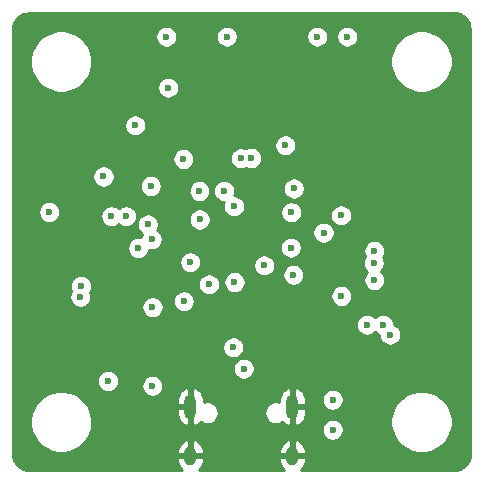
<source format=gbr>
%TF.GenerationSoftware,KiCad,Pcbnew,5.1.8-db9833491~87~ubuntu20.04.1*%
%TF.CreationDate,2020-11-23T17:18:25+01:00*%
%TF.ProjectId,rosalyn-fc,726f7361-6c79-46e2-9d66-632e6b696361,v0.1*%
%TF.SameCoordinates,Original*%
%TF.FileFunction,Copper,L2,Inr*%
%TF.FilePolarity,Positive*%
%FSLAX46Y46*%
G04 Gerber Fmt 4.6, Leading zero omitted, Abs format (unit mm)*
G04 Created by KiCad (PCBNEW 5.1.8-db9833491~87~ubuntu20.04.1) date 2020-11-23 17:18:25*
%MOMM*%
%LPD*%
G01*
G04 APERTURE LIST*
%TA.AperFunction,ComponentPad*%
%ADD10O,1.000000X2.100000*%
%TD*%
%TA.AperFunction,ComponentPad*%
%ADD11O,1.000000X1.600000*%
%TD*%
%TA.AperFunction,ViaPad*%
%ADD12C,0.800000*%
%TD*%
%TA.AperFunction,ViaPad*%
%ADD13C,0.600000*%
%TD*%
%TA.AperFunction,Conductor*%
%ADD14C,0.254000*%
%TD*%
%TA.AperFunction,Conductor*%
%ADD15C,0.100000*%
%TD*%
G04 APERTURE END LIST*
D10*
%TO.N,GND*%
%TO.C,J1*%
X145680000Y-113970000D03*
X154320000Y-113970000D03*
D11*
X154320000Y-118150000D03*
X145680000Y-118150000D03*
%TD*%
D12*
%TO.N,GND*%
X149510000Y-116270000D03*
D13*
X146490000Y-87130000D03*
X163720000Y-94490000D03*
X139030000Y-105560000D03*
X160468000Y-89809998D03*
X153234990Y-96591657D03*
X153430000Y-103750000D03*
X158450000Y-103060000D03*
X152080000Y-104380000D03*
X145620000Y-100190000D03*
X148050000Y-98139998D03*
X136170000Y-93420000D03*
X148210000Y-88060004D03*
X166230002Y-99500000D03*
X150215707Y-91860000D03*
X151570000Y-90130000D03*
X157640000Y-91730000D03*
X163130000Y-89620000D03*
X152830000Y-84270000D03*
X145510000Y-95620000D03*
X146750000Y-106950000D03*
X143560000Y-105049996D03*
X138660000Y-107910000D03*
X144500000Y-109920000D03*
X137710000Y-97849998D03*
X143690000Y-95570000D03*
X143540006Y-93000000D03*
X161064000Y-89810000D03*
X159864000Y-89810000D03*
X159274000Y-89810000D03*
X161664000Y-89810000D03*
X158450000Y-96230000D03*
X157430000Y-85590002D03*
X158650511Y-92589493D03*
X154410000Y-104660002D03*
X153860000Y-82650000D03*
X157720000Y-118480000D03*
X166280000Y-96500008D03*
X156160000Y-95140000D03*
X166290000Y-103500000D03*
X151950000Y-98100000D03*
X133730000Y-104400000D03*
X131480000Y-96150000D03*
X144710000Y-89150002D03*
X133730000Y-96499998D03*
%TO.N,Net-(C1-Pad2)*%
X154405002Y-102815002D03*
%TO.N,+5V*%
X133730002Y-97500000D03*
X158950000Y-82650000D03*
X157720000Y-115930000D03*
X142460000Y-112210000D03*
%TO.N,usart1_tx*%
X150180000Y-110760000D03*
%TO.N,usart1_rx*%
X149310000Y-108960000D03*
%TO.N,m4*%
X161210000Y-101810000D03*
%TO.N,m3*%
X161250000Y-100780000D03*
%TO.N,m2*%
X162000000Y-107050000D03*
%TO.N,m1*%
X162580000Y-107870000D03*
%TO.N,current_adc*%
X154432000Y-95504000D03*
%TO.N,uart6_rxtx*%
X160609998Y-107050000D03*
%TO.N,swclk*%
X136419984Y-103766085D03*
%TO.N,swdio*%
X136360000Y-104670000D03*
%TO.N,m5*%
X146439963Y-95721185D03*
%TO.N,m6*%
X143650000Y-82650000D03*
%TO.N,ppm*%
X148530000Y-95710000D03*
%TO.N,camera*%
X142320000Y-95300000D03*
X148760000Y-82650000D03*
X143803051Y-86966949D03*
%TO.N,rssi_adc*%
X150840717Y-92927909D03*
%TO.N,led*%
X157720000Y-113390000D03*
%TO.N,boot0*%
X138320000Y-94490000D03*
%TO.N,vbat_adc*%
X149940000Y-92950000D03*
%TO.N,led0*%
X161255952Y-103264048D03*
%TO.N,spi3_miso*%
X140230000Y-97850000D03*
%TO.N,spi3_sck*%
X141260000Y-100550000D03*
%TO.N,spi3_mosi*%
X142416898Y-99795010D03*
%TO.N,baro_cs*%
X145660000Y-101749998D03*
%TO.N,gyro1_cs*%
X154219999Y-97519999D03*
%TO.N,spi1_sck*%
X149375010Y-97020000D03*
%TO.N,spi1_miso*%
X149410004Y-103430000D03*
%TO.N,spi1_mosi*%
X156950000Y-99250000D03*
%TO.N,gyro1_exti*%
X151930000Y-102020000D03*
%TO.N,flash_cs*%
X147260000Y-103630000D03*
%TO.N,+3V3*%
X153720000Y-91860000D03*
X142470000Y-105560000D03*
X158460000Y-104600000D03*
X154180000Y-100520000D03*
X146460000Y-98130000D03*
X145120000Y-105050000D03*
X138700000Y-111810000D03*
X138980001Y-97849999D03*
X142068051Y-98541949D03*
X145079998Y-93000000D03*
X158440000Y-97780000D03*
X156410000Y-82650000D03*
%TO.N,Net-(Q1-Pad2)*%
X140999998Y-90160000D03*
%TD*%
D14*
%TO.N,GND*%
X168259659Y-80688625D02*
X168509429Y-80764035D01*
X168739792Y-80886522D01*
X168941980Y-81051422D01*
X169108286Y-81252450D01*
X169232378Y-81481954D01*
X169309531Y-81731195D01*
X169340000Y-82021089D01*
X169340001Y-117967711D01*
X169311375Y-118259660D01*
X169235965Y-118509429D01*
X169113477Y-118739794D01*
X168948579Y-118941979D01*
X168747546Y-119108288D01*
X168518046Y-119232378D01*
X168268805Y-119309531D01*
X167978911Y-119340000D01*
X155035197Y-119340000D01*
X155193161Y-119186169D01*
X155320003Y-119001678D01*
X155408415Y-118795987D01*
X155455000Y-118577000D01*
X155455000Y-118277000D01*
X154447000Y-118277000D01*
X154447000Y-118297000D01*
X154193000Y-118297000D01*
X154193000Y-118277000D01*
X153185000Y-118277000D01*
X153185000Y-118577000D01*
X153231585Y-118795987D01*
X153319997Y-119001678D01*
X153446839Y-119186169D01*
X153604803Y-119340000D01*
X146395197Y-119340000D01*
X146553161Y-119186169D01*
X146680003Y-119001678D01*
X146768415Y-118795987D01*
X146815000Y-118577000D01*
X146815000Y-118277000D01*
X145807000Y-118277000D01*
X145807000Y-118297000D01*
X145553000Y-118297000D01*
X145553000Y-118277000D01*
X144545000Y-118277000D01*
X144545000Y-118577000D01*
X144591585Y-118795987D01*
X144679997Y-119001678D01*
X144806839Y-119186169D01*
X144964803Y-119340000D01*
X132032279Y-119340000D01*
X131740340Y-119311375D01*
X131490571Y-119235965D01*
X131260206Y-119113477D01*
X131058021Y-118948579D01*
X130891712Y-118747546D01*
X130767622Y-118518046D01*
X130690469Y-118268805D01*
X130660000Y-117978911D01*
X130660000Y-114990475D01*
X132115000Y-114990475D01*
X132115000Y-115509525D01*
X132216261Y-116018601D01*
X132414893Y-116498141D01*
X132703262Y-116929715D01*
X133070285Y-117296738D01*
X133501859Y-117585107D01*
X133981399Y-117783739D01*
X134490475Y-117885000D01*
X135009525Y-117885000D01*
X135518601Y-117783739D01*
X135665237Y-117723000D01*
X144545000Y-117723000D01*
X144545000Y-118023000D01*
X145553000Y-118023000D01*
X145553000Y-116882046D01*
X145807000Y-116882046D01*
X145807000Y-118023000D01*
X146815000Y-118023000D01*
X146815000Y-117723000D01*
X153185000Y-117723000D01*
X153185000Y-118023000D01*
X154193000Y-118023000D01*
X154193000Y-116882046D01*
X154447000Y-116882046D01*
X154447000Y-118023000D01*
X155455000Y-118023000D01*
X155455000Y-117723000D01*
X155408415Y-117504013D01*
X155320003Y-117298322D01*
X155193161Y-117113831D01*
X155032764Y-116957631D01*
X154844976Y-116835724D01*
X154621874Y-116755881D01*
X154447000Y-116882046D01*
X154193000Y-116882046D01*
X154018126Y-116755881D01*
X153795024Y-116835724D01*
X153607236Y-116957631D01*
X153446839Y-117113831D01*
X153319997Y-117298322D01*
X153231585Y-117504013D01*
X153185000Y-117723000D01*
X146815000Y-117723000D01*
X146768415Y-117504013D01*
X146680003Y-117298322D01*
X146553161Y-117113831D01*
X146392764Y-116957631D01*
X146204976Y-116835724D01*
X145981874Y-116755881D01*
X145807000Y-116882046D01*
X145553000Y-116882046D01*
X145378126Y-116755881D01*
X145155024Y-116835724D01*
X144967236Y-116957631D01*
X144806839Y-117113831D01*
X144679997Y-117298322D01*
X144591585Y-117504013D01*
X144545000Y-117723000D01*
X135665237Y-117723000D01*
X135998141Y-117585107D01*
X136429715Y-117296738D01*
X136796738Y-116929715D01*
X137085107Y-116498141D01*
X137283739Y-116018601D01*
X137319680Y-115837911D01*
X156785000Y-115837911D01*
X156785000Y-116022089D01*
X156820932Y-116202729D01*
X156891414Y-116372889D01*
X156993738Y-116526028D01*
X157123972Y-116656262D01*
X157277111Y-116758586D01*
X157447271Y-116829068D01*
X157627911Y-116865000D01*
X157812089Y-116865000D01*
X157992729Y-116829068D01*
X158162889Y-116758586D01*
X158316028Y-116656262D01*
X158446262Y-116526028D01*
X158548586Y-116372889D01*
X158619068Y-116202729D01*
X158655000Y-116022089D01*
X158655000Y-115837911D01*
X158619068Y-115657271D01*
X158548586Y-115487111D01*
X158446262Y-115333972D01*
X158316028Y-115203738D01*
X158162889Y-115101414D01*
X157992729Y-115030932D01*
X157812089Y-114995000D01*
X157627911Y-114995000D01*
X157447271Y-115030932D01*
X157277111Y-115101414D01*
X157123972Y-115203738D01*
X156993738Y-115333972D01*
X156891414Y-115487111D01*
X156820932Y-115657271D01*
X156785000Y-115837911D01*
X137319680Y-115837911D01*
X137385000Y-115509525D01*
X137385000Y-114990475D01*
X137283739Y-114481399D01*
X137124516Y-114097000D01*
X144545000Y-114097000D01*
X144545000Y-114647000D01*
X144591585Y-114865987D01*
X144679997Y-115071678D01*
X144806839Y-115256169D01*
X144967236Y-115412369D01*
X145155024Y-115534276D01*
X145378126Y-115614119D01*
X145553000Y-115487954D01*
X145553000Y-114097000D01*
X144545000Y-114097000D01*
X137124516Y-114097000D01*
X137085107Y-114001859D01*
X136796738Y-113570285D01*
X136519453Y-113293000D01*
X144545000Y-113293000D01*
X144545000Y-113843000D01*
X145553000Y-113843000D01*
X145553000Y-112452046D01*
X145807000Y-112452046D01*
X145807000Y-113843000D01*
X145827000Y-113843000D01*
X145827000Y-114097000D01*
X145807000Y-114097000D01*
X145807000Y-115487954D01*
X145981874Y-115614119D01*
X146204976Y-115534276D01*
X146392764Y-115412369D01*
X146537116Y-115271794D01*
X146655269Y-115350741D01*
X146829978Y-115423108D01*
X147015448Y-115460000D01*
X147204552Y-115460000D01*
X147390022Y-115423108D01*
X147564731Y-115350741D01*
X147721964Y-115245681D01*
X147855681Y-115111964D01*
X147960741Y-114954731D01*
X148033108Y-114780022D01*
X148070000Y-114594552D01*
X148070000Y-114405448D01*
X151930000Y-114405448D01*
X151930000Y-114594552D01*
X151966892Y-114780022D01*
X152039259Y-114954731D01*
X152144319Y-115111964D01*
X152278036Y-115245681D01*
X152435269Y-115350741D01*
X152609978Y-115423108D01*
X152795448Y-115460000D01*
X152984552Y-115460000D01*
X153170022Y-115423108D01*
X153344731Y-115350741D01*
X153462884Y-115271794D01*
X153607236Y-115412369D01*
X153795024Y-115534276D01*
X154018126Y-115614119D01*
X154193000Y-115487954D01*
X154193000Y-114097000D01*
X154447000Y-114097000D01*
X154447000Y-115487954D01*
X154621874Y-115614119D01*
X154844976Y-115534276D01*
X155032764Y-115412369D01*
X155193161Y-115256169D01*
X155320003Y-115071678D01*
X155354906Y-114990475D01*
X162615000Y-114990475D01*
X162615000Y-115509525D01*
X162716261Y-116018601D01*
X162914893Y-116498141D01*
X163203262Y-116929715D01*
X163570285Y-117296738D01*
X164001859Y-117585107D01*
X164481399Y-117783739D01*
X164990475Y-117885000D01*
X165509525Y-117885000D01*
X166018601Y-117783739D01*
X166498141Y-117585107D01*
X166929715Y-117296738D01*
X167296738Y-116929715D01*
X167585107Y-116498141D01*
X167783739Y-116018601D01*
X167885000Y-115509525D01*
X167885000Y-114990475D01*
X167783739Y-114481399D01*
X167585107Y-114001859D01*
X167296738Y-113570285D01*
X166929715Y-113203262D01*
X166498141Y-112914893D01*
X166018601Y-112716261D01*
X165509525Y-112615000D01*
X164990475Y-112615000D01*
X164481399Y-112716261D01*
X164001859Y-112914893D01*
X163570285Y-113203262D01*
X163203262Y-113570285D01*
X162914893Y-114001859D01*
X162716261Y-114481399D01*
X162615000Y-114990475D01*
X155354906Y-114990475D01*
X155408415Y-114865987D01*
X155455000Y-114647000D01*
X155455000Y-114097000D01*
X154447000Y-114097000D01*
X154193000Y-114097000D01*
X154173000Y-114097000D01*
X154173000Y-113843000D01*
X154193000Y-113843000D01*
X154193000Y-112452046D01*
X154447000Y-112452046D01*
X154447000Y-113843000D01*
X155455000Y-113843000D01*
X155455000Y-113297911D01*
X156785000Y-113297911D01*
X156785000Y-113482089D01*
X156820932Y-113662729D01*
X156891414Y-113832889D01*
X156993738Y-113986028D01*
X157123972Y-114116262D01*
X157277111Y-114218586D01*
X157447271Y-114289068D01*
X157627911Y-114325000D01*
X157812089Y-114325000D01*
X157992729Y-114289068D01*
X158162889Y-114218586D01*
X158316028Y-114116262D01*
X158446262Y-113986028D01*
X158548586Y-113832889D01*
X158619068Y-113662729D01*
X158655000Y-113482089D01*
X158655000Y-113297911D01*
X158619068Y-113117271D01*
X158548586Y-112947111D01*
X158446262Y-112793972D01*
X158316028Y-112663738D01*
X158162889Y-112561414D01*
X157992729Y-112490932D01*
X157812089Y-112455000D01*
X157627911Y-112455000D01*
X157447271Y-112490932D01*
X157277111Y-112561414D01*
X157123972Y-112663738D01*
X156993738Y-112793972D01*
X156891414Y-112947111D01*
X156820932Y-113117271D01*
X156785000Y-113297911D01*
X155455000Y-113297911D01*
X155455000Y-113293000D01*
X155408415Y-113074013D01*
X155320003Y-112868322D01*
X155193161Y-112683831D01*
X155032764Y-112527631D01*
X154844976Y-112405724D01*
X154621874Y-112325881D01*
X154447000Y-112452046D01*
X154193000Y-112452046D01*
X154018126Y-112325881D01*
X153795024Y-112405724D01*
X153607236Y-112527631D01*
X153446839Y-112683831D01*
X153319997Y-112868322D01*
X153231585Y-113074013D01*
X153185000Y-113293000D01*
X153185000Y-113583096D01*
X153170022Y-113576892D01*
X152984552Y-113540000D01*
X152795448Y-113540000D01*
X152609978Y-113576892D01*
X152435269Y-113649259D01*
X152278036Y-113754319D01*
X152144319Y-113888036D01*
X152039259Y-114045269D01*
X151966892Y-114219978D01*
X151930000Y-114405448D01*
X148070000Y-114405448D01*
X148033108Y-114219978D01*
X147960741Y-114045269D01*
X147855681Y-113888036D01*
X147721964Y-113754319D01*
X147564731Y-113649259D01*
X147390022Y-113576892D01*
X147204552Y-113540000D01*
X147015448Y-113540000D01*
X146829978Y-113576892D01*
X146815000Y-113583096D01*
X146815000Y-113293000D01*
X146768415Y-113074013D01*
X146680003Y-112868322D01*
X146553161Y-112683831D01*
X146392764Y-112527631D01*
X146204976Y-112405724D01*
X145981874Y-112325881D01*
X145807000Y-112452046D01*
X145553000Y-112452046D01*
X145378126Y-112325881D01*
X145155024Y-112405724D01*
X144967236Y-112527631D01*
X144806839Y-112683831D01*
X144679997Y-112868322D01*
X144591585Y-113074013D01*
X144545000Y-113293000D01*
X136519453Y-113293000D01*
X136429715Y-113203262D01*
X135998141Y-112914893D01*
X135518601Y-112716261D01*
X135009525Y-112615000D01*
X134490475Y-112615000D01*
X133981399Y-112716261D01*
X133501859Y-112914893D01*
X133070285Y-113203262D01*
X132703262Y-113570285D01*
X132414893Y-114001859D01*
X132216261Y-114481399D01*
X132115000Y-114990475D01*
X130660000Y-114990475D01*
X130660000Y-111717911D01*
X137765000Y-111717911D01*
X137765000Y-111902089D01*
X137800932Y-112082729D01*
X137871414Y-112252889D01*
X137973738Y-112406028D01*
X138103972Y-112536262D01*
X138257111Y-112638586D01*
X138427271Y-112709068D01*
X138607911Y-112745000D01*
X138792089Y-112745000D01*
X138972729Y-112709068D01*
X139142889Y-112638586D01*
X139296028Y-112536262D01*
X139426262Y-112406028D01*
X139528586Y-112252889D01*
X139584495Y-112117911D01*
X141525000Y-112117911D01*
X141525000Y-112302089D01*
X141560932Y-112482729D01*
X141631414Y-112652889D01*
X141733738Y-112806028D01*
X141863972Y-112936262D01*
X142017111Y-113038586D01*
X142187271Y-113109068D01*
X142367911Y-113145000D01*
X142552089Y-113145000D01*
X142732729Y-113109068D01*
X142902889Y-113038586D01*
X143056028Y-112936262D01*
X143186262Y-112806028D01*
X143288586Y-112652889D01*
X143359068Y-112482729D01*
X143395000Y-112302089D01*
X143395000Y-112117911D01*
X143359068Y-111937271D01*
X143288586Y-111767111D01*
X143186262Y-111613972D01*
X143056028Y-111483738D01*
X142902889Y-111381414D01*
X142732729Y-111310932D01*
X142552089Y-111275000D01*
X142367911Y-111275000D01*
X142187271Y-111310932D01*
X142017111Y-111381414D01*
X141863972Y-111483738D01*
X141733738Y-111613972D01*
X141631414Y-111767111D01*
X141560932Y-111937271D01*
X141525000Y-112117911D01*
X139584495Y-112117911D01*
X139599068Y-112082729D01*
X139635000Y-111902089D01*
X139635000Y-111717911D01*
X139599068Y-111537271D01*
X139528586Y-111367111D01*
X139426262Y-111213972D01*
X139296028Y-111083738D01*
X139142889Y-110981414D01*
X138972729Y-110910932D01*
X138792089Y-110875000D01*
X138607911Y-110875000D01*
X138427271Y-110910932D01*
X138257111Y-110981414D01*
X138103972Y-111083738D01*
X137973738Y-111213972D01*
X137871414Y-111367111D01*
X137800932Y-111537271D01*
X137765000Y-111717911D01*
X130660000Y-111717911D01*
X130660000Y-110667911D01*
X149245000Y-110667911D01*
X149245000Y-110852089D01*
X149280932Y-111032729D01*
X149351414Y-111202889D01*
X149453738Y-111356028D01*
X149583972Y-111486262D01*
X149737111Y-111588586D01*
X149907271Y-111659068D01*
X150087911Y-111695000D01*
X150272089Y-111695000D01*
X150452729Y-111659068D01*
X150622889Y-111588586D01*
X150776028Y-111486262D01*
X150906262Y-111356028D01*
X151008586Y-111202889D01*
X151079068Y-111032729D01*
X151115000Y-110852089D01*
X151115000Y-110667911D01*
X151079068Y-110487271D01*
X151008586Y-110317111D01*
X150906262Y-110163972D01*
X150776028Y-110033738D01*
X150622889Y-109931414D01*
X150452729Y-109860932D01*
X150272089Y-109825000D01*
X150087911Y-109825000D01*
X149907271Y-109860932D01*
X149737111Y-109931414D01*
X149583972Y-110033738D01*
X149453738Y-110163972D01*
X149351414Y-110317111D01*
X149280932Y-110487271D01*
X149245000Y-110667911D01*
X130660000Y-110667911D01*
X130660000Y-108867911D01*
X148375000Y-108867911D01*
X148375000Y-109052089D01*
X148410932Y-109232729D01*
X148481414Y-109402889D01*
X148583738Y-109556028D01*
X148713972Y-109686262D01*
X148867111Y-109788586D01*
X149037271Y-109859068D01*
X149217911Y-109895000D01*
X149402089Y-109895000D01*
X149582729Y-109859068D01*
X149752889Y-109788586D01*
X149906028Y-109686262D01*
X150036262Y-109556028D01*
X150138586Y-109402889D01*
X150209068Y-109232729D01*
X150245000Y-109052089D01*
X150245000Y-108867911D01*
X150209068Y-108687271D01*
X150138586Y-108517111D01*
X150036262Y-108363972D01*
X149906028Y-108233738D01*
X149752889Y-108131414D01*
X149582729Y-108060932D01*
X149402089Y-108025000D01*
X149217911Y-108025000D01*
X149037271Y-108060932D01*
X148867111Y-108131414D01*
X148713972Y-108233738D01*
X148583738Y-108363972D01*
X148481414Y-108517111D01*
X148410932Y-108687271D01*
X148375000Y-108867911D01*
X130660000Y-108867911D01*
X130660000Y-106957911D01*
X159674998Y-106957911D01*
X159674998Y-107142089D01*
X159710930Y-107322729D01*
X159781412Y-107492889D01*
X159883736Y-107646028D01*
X160013970Y-107776262D01*
X160167109Y-107878586D01*
X160337269Y-107949068D01*
X160517909Y-107985000D01*
X160702087Y-107985000D01*
X160882727Y-107949068D01*
X161052887Y-107878586D01*
X161206026Y-107776262D01*
X161304999Y-107677289D01*
X161403972Y-107776262D01*
X161557111Y-107878586D01*
X161645000Y-107914991D01*
X161645000Y-107962089D01*
X161680932Y-108142729D01*
X161751414Y-108312889D01*
X161853738Y-108466028D01*
X161983972Y-108596262D01*
X162137111Y-108698586D01*
X162307271Y-108769068D01*
X162487911Y-108805000D01*
X162672089Y-108805000D01*
X162852729Y-108769068D01*
X163022889Y-108698586D01*
X163176028Y-108596262D01*
X163306262Y-108466028D01*
X163408586Y-108312889D01*
X163479068Y-108142729D01*
X163515000Y-107962089D01*
X163515000Y-107777911D01*
X163479068Y-107597271D01*
X163408586Y-107427111D01*
X163306262Y-107273972D01*
X163176028Y-107143738D01*
X163022889Y-107041414D01*
X162935000Y-107005009D01*
X162935000Y-106957911D01*
X162899068Y-106777271D01*
X162828586Y-106607111D01*
X162726262Y-106453972D01*
X162596028Y-106323738D01*
X162442889Y-106221414D01*
X162272729Y-106150932D01*
X162092089Y-106115000D01*
X161907911Y-106115000D01*
X161727271Y-106150932D01*
X161557111Y-106221414D01*
X161403972Y-106323738D01*
X161304999Y-106422711D01*
X161206026Y-106323738D01*
X161052887Y-106221414D01*
X160882727Y-106150932D01*
X160702087Y-106115000D01*
X160517909Y-106115000D01*
X160337269Y-106150932D01*
X160167109Y-106221414D01*
X160013970Y-106323738D01*
X159883736Y-106453972D01*
X159781412Y-106607111D01*
X159710930Y-106777271D01*
X159674998Y-106957911D01*
X130660000Y-106957911D01*
X130660000Y-104577911D01*
X135425000Y-104577911D01*
X135425000Y-104762089D01*
X135460932Y-104942729D01*
X135531414Y-105112889D01*
X135633738Y-105266028D01*
X135763972Y-105396262D01*
X135917111Y-105498586D01*
X136087271Y-105569068D01*
X136267911Y-105605000D01*
X136452089Y-105605000D01*
X136632729Y-105569068D01*
X136802889Y-105498586D01*
X136848797Y-105467911D01*
X141535000Y-105467911D01*
X141535000Y-105652089D01*
X141570932Y-105832729D01*
X141641414Y-106002889D01*
X141743738Y-106156028D01*
X141873972Y-106286262D01*
X142027111Y-106388586D01*
X142197271Y-106459068D01*
X142377911Y-106495000D01*
X142562089Y-106495000D01*
X142742729Y-106459068D01*
X142912889Y-106388586D01*
X143066028Y-106286262D01*
X143196262Y-106156028D01*
X143298586Y-106002889D01*
X143369068Y-105832729D01*
X143405000Y-105652089D01*
X143405000Y-105467911D01*
X143369068Y-105287271D01*
X143298586Y-105117111D01*
X143196262Y-104963972D01*
X143190201Y-104957911D01*
X144185000Y-104957911D01*
X144185000Y-105142089D01*
X144220932Y-105322729D01*
X144291414Y-105492889D01*
X144393738Y-105646028D01*
X144523972Y-105776262D01*
X144677111Y-105878586D01*
X144847271Y-105949068D01*
X145027911Y-105985000D01*
X145212089Y-105985000D01*
X145392729Y-105949068D01*
X145562889Y-105878586D01*
X145716028Y-105776262D01*
X145846262Y-105646028D01*
X145948586Y-105492889D01*
X146019068Y-105322729D01*
X146055000Y-105142089D01*
X146055000Y-104957911D01*
X146019068Y-104777271D01*
X145948586Y-104607111D01*
X145846262Y-104453972D01*
X145716028Y-104323738D01*
X145562889Y-104221414D01*
X145392729Y-104150932D01*
X145212089Y-104115000D01*
X145027911Y-104115000D01*
X144847271Y-104150932D01*
X144677111Y-104221414D01*
X144523972Y-104323738D01*
X144393738Y-104453972D01*
X144291414Y-104607111D01*
X144220932Y-104777271D01*
X144185000Y-104957911D01*
X143190201Y-104957911D01*
X143066028Y-104833738D01*
X142912889Y-104731414D01*
X142742729Y-104660932D01*
X142562089Y-104625000D01*
X142377911Y-104625000D01*
X142197271Y-104660932D01*
X142027111Y-104731414D01*
X141873972Y-104833738D01*
X141743738Y-104963972D01*
X141641414Y-105117111D01*
X141570932Y-105287271D01*
X141535000Y-105467911D01*
X136848797Y-105467911D01*
X136956028Y-105396262D01*
X137086262Y-105266028D01*
X137188586Y-105112889D01*
X137259068Y-104942729D01*
X137295000Y-104762089D01*
X137295000Y-104577911D01*
X137259068Y-104397271D01*
X137206903Y-104271333D01*
X137248570Y-104208974D01*
X137319052Y-104038814D01*
X137354984Y-103858174D01*
X137354984Y-103673996D01*
X137327915Y-103537911D01*
X146325000Y-103537911D01*
X146325000Y-103722089D01*
X146360932Y-103902729D01*
X146431414Y-104072889D01*
X146533738Y-104226028D01*
X146663972Y-104356262D01*
X146817111Y-104458586D01*
X146987271Y-104529068D01*
X147167911Y-104565000D01*
X147352089Y-104565000D01*
X147532729Y-104529068D01*
X147583806Y-104507911D01*
X157525000Y-104507911D01*
X157525000Y-104692089D01*
X157560932Y-104872729D01*
X157631414Y-105042889D01*
X157733738Y-105196028D01*
X157863972Y-105326262D01*
X158017111Y-105428586D01*
X158187271Y-105499068D01*
X158367911Y-105535000D01*
X158552089Y-105535000D01*
X158732729Y-105499068D01*
X158902889Y-105428586D01*
X159056028Y-105326262D01*
X159186262Y-105196028D01*
X159288586Y-105042889D01*
X159359068Y-104872729D01*
X159395000Y-104692089D01*
X159395000Y-104507911D01*
X159359068Y-104327271D01*
X159288586Y-104157111D01*
X159186262Y-104003972D01*
X159056028Y-103873738D01*
X158902889Y-103771414D01*
X158732729Y-103700932D01*
X158552089Y-103665000D01*
X158367911Y-103665000D01*
X158187271Y-103700932D01*
X158017111Y-103771414D01*
X157863972Y-103873738D01*
X157733738Y-104003972D01*
X157631414Y-104157111D01*
X157560932Y-104327271D01*
X157525000Y-104507911D01*
X147583806Y-104507911D01*
X147702889Y-104458586D01*
X147856028Y-104356262D01*
X147986262Y-104226028D01*
X148088586Y-104072889D01*
X148159068Y-103902729D01*
X148195000Y-103722089D01*
X148195000Y-103537911D01*
X148159068Y-103357271D01*
X148151049Y-103337911D01*
X148475004Y-103337911D01*
X148475004Y-103522089D01*
X148510936Y-103702729D01*
X148581418Y-103872889D01*
X148683742Y-104026028D01*
X148813976Y-104156262D01*
X148967115Y-104258586D01*
X149137275Y-104329068D01*
X149317915Y-104365000D01*
X149502093Y-104365000D01*
X149682733Y-104329068D01*
X149852893Y-104258586D01*
X150006032Y-104156262D01*
X150136266Y-104026028D01*
X150238590Y-103872889D01*
X150309072Y-103702729D01*
X150345004Y-103522089D01*
X150345004Y-103337911D01*
X150309072Y-103157271D01*
X150238590Y-102987111D01*
X150136266Y-102833972D01*
X150006032Y-102703738D01*
X149852893Y-102601414D01*
X149682733Y-102530932D01*
X149502093Y-102495000D01*
X149317915Y-102495000D01*
X149137275Y-102530932D01*
X148967115Y-102601414D01*
X148813976Y-102703738D01*
X148683742Y-102833972D01*
X148581418Y-102987111D01*
X148510936Y-103157271D01*
X148475004Y-103337911D01*
X148151049Y-103337911D01*
X148088586Y-103187111D01*
X147986262Y-103033972D01*
X147856028Y-102903738D01*
X147702889Y-102801414D01*
X147532729Y-102730932D01*
X147352089Y-102695000D01*
X147167911Y-102695000D01*
X146987271Y-102730932D01*
X146817111Y-102801414D01*
X146663972Y-102903738D01*
X146533738Y-103033972D01*
X146431414Y-103187111D01*
X146360932Y-103357271D01*
X146325000Y-103537911D01*
X137327915Y-103537911D01*
X137319052Y-103493356D01*
X137248570Y-103323196D01*
X137146246Y-103170057D01*
X137016012Y-103039823D01*
X136862873Y-102937499D01*
X136692713Y-102867017D01*
X136512073Y-102831085D01*
X136327895Y-102831085D01*
X136147255Y-102867017D01*
X135977095Y-102937499D01*
X135823956Y-103039823D01*
X135693722Y-103170057D01*
X135591398Y-103323196D01*
X135520916Y-103493356D01*
X135484984Y-103673996D01*
X135484984Y-103858174D01*
X135520916Y-104038814D01*
X135573081Y-104164752D01*
X135531414Y-104227111D01*
X135460932Y-104397271D01*
X135425000Y-104577911D01*
X130660000Y-104577911D01*
X130660000Y-101657909D01*
X144725000Y-101657909D01*
X144725000Y-101842087D01*
X144760932Y-102022727D01*
X144831414Y-102192887D01*
X144933738Y-102346026D01*
X145063972Y-102476260D01*
X145217111Y-102578584D01*
X145387271Y-102649066D01*
X145567911Y-102684998D01*
X145752089Y-102684998D01*
X145932729Y-102649066D01*
X146102889Y-102578584D01*
X146256028Y-102476260D01*
X146386262Y-102346026D01*
X146488586Y-102192887D01*
X146559068Y-102022727D01*
X146577928Y-101927911D01*
X150995000Y-101927911D01*
X150995000Y-102112089D01*
X151030932Y-102292729D01*
X151101414Y-102462889D01*
X151203738Y-102616028D01*
X151333972Y-102746262D01*
X151487111Y-102848586D01*
X151657271Y-102919068D01*
X151837911Y-102955000D01*
X152022089Y-102955000D01*
X152202729Y-102919068D01*
X152372889Y-102848586D01*
X152526028Y-102746262D01*
X152549377Y-102722913D01*
X153470002Y-102722913D01*
X153470002Y-102907091D01*
X153505934Y-103087731D01*
X153576416Y-103257891D01*
X153678740Y-103411030D01*
X153808974Y-103541264D01*
X153962113Y-103643588D01*
X154132273Y-103714070D01*
X154312913Y-103750002D01*
X154497091Y-103750002D01*
X154677731Y-103714070D01*
X154847891Y-103643588D01*
X155001030Y-103541264D01*
X155131264Y-103411030D01*
X155233588Y-103257891D01*
X155304070Y-103087731D01*
X155340002Y-102907091D01*
X155340002Y-102722913D01*
X155304070Y-102542273D01*
X155233588Y-102372113D01*
X155131264Y-102218974D01*
X155001030Y-102088740D01*
X154847891Y-101986416D01*
X154677731Y-101915934D01*
X154497091Y-101880002D01*
X154312913Y-101880002D01*
X154132273Y-101915934D01*
X153962113Y-101986416D01*
X153808974Y-102088740D01*
X153678740Y-102218974D01*
X153576416Y-102372113D01*
X153505934Y-102542273D01*
X153470002Y-102722913D01*
X152549377Y-102722913D01*
X152656262Y-102616028D01*
X152758586Y-102462889D01*
X152829068Y-102292729D01*
X152865000Y-102112089D01*
X152865000Y-101927911D01*
X152829068Y-101747271D01*
X152816907Y-101717911D01*
X160275000Y-101717911D01*
X160275000Y-101902089D01*
X160310932Y-102082729D01*
X160381414Y-102252889D01*
X160483738Y-102406028D01*
X160613972Y-102536262D01*
X160642432Y-102555278D01*
X160529690Y-102668020D01*
X160427366Y-102821159D01*
X160356884Y-102991319D01*
X160320952Y-103171959D01*
X160320952Y-103356137D01*
X160356884Y-103536777D01*
X160427366Y-103706937D01*
X160529690Y-103860076D01*
X160659924Y-103990310D01*
X160813063Y-104092634D01*
X160983223Y-104163116D01*
X161163863Y-104199048D01*
X161348041Y-104199048D01*
X161528681Y-104163116D01*
X161698841Y-104092634D01*
X161851980Y-103990310D01*
X161982214Y-103860076D01*
X162084538Y-103706937D01*
X162155020Y-103536777D01*
X162190952Y-103356137D01*
X162190952Y-103171959D01*
X162155020Y-102991319D01*
X162084538Y-102821159D01*
X161982214Y-102668020D01*
X161851980Y-102537786D01*
X161823520Y-102518770D01*
X161936262Y-102406028D01*
X162038586Y-102252889D01*
X162109068Y-102082729D01*
X162145000Y-101902089D01*
X162145000Y-101717911D01*
X162109068Y-101537271D01*
X162038586Y-101367111D01*
X162010403Y-101324932D01*
X162078586Y-101222889D01*
X162149068Y-101052729D01*
X162185000Y-100872089D01*
X162185000Y-100687911D01*
X162149068Y-100507271D01*
X162078586Y-100337111D01*
X161976262Y-100183972D01*
X161846028Y-100053738D01*
X161692889Y-99951414D01*
X161522729Y-99880932D01*
X161342089Y-99845000D01*
X161157911Y-99845000D01*
X160977271Y-99880932D01*
X160807111Y-99951414D01*
X160653972Y-100053738D01*
X160523738Y-100183972D01*
X160421414Y-100337111D01*
X160350932Y-100507271D01*
X160315000Y-100687911D01*
X160315000Y-100872089D01*
X160350932Y-101052729D01*
X160421414Y-101222889D01*
X160449597Y-101265068D01*
X160381414Y-101367111D01*
X160310932Y-101537271D01*
X160275000Y-101717911D01*
X152816907Y-101717911D01*
X152758586Y-101577111D01*
X152656262Y-101423972D01*
X152526028Y-101293738D01*
X152372889Y-101191414D01*
X152202729Y-101120932D01*
X152022089Y-101085000D01*
X151837911Y-101085000D01*
X151657271Y-101120932D01*
X151487111Y-101191414D01*
X151333972Y-101293738D01*
X151203738Y-101423972D01*
X151101414Y-101577111D01*
X151030932Y-101747271D01*
X150995000Y-101927911D01*
X146577928Y-101927911D01*
X146595000Y-101842087D01*
X146595000Y-101657909D01*
X146559068Y-101477269D01*
X146488586Y-101307109D01*
X146386262Y-101153970D01*
X146256028Y-101023736D01*
X146102889Y-100921412D01*
X145932729Y-100850930D01*
X145752089Y-100814998D01*
X145567911Y-100814998D01*
X145387271Y-100850930D01*
X145217111Y-100921412D01*
X145063972Y-101023736D01*
X144933738Y-101153970D01*
X144831414Y-101307109D01*
X144760932Y-101477269D01*
X144725000Y-101657909D01*
X130660000Y-101657909D01*
X130660000Y-100457911D01*
X140325000Y-100457911D01*
X140325000Y-100642089D01*
X140360932Y-100822729D01*
X140431414Y-100992889D01*
X140533738Y-101146028D01*
X140663972Y-101276262D01*
X140817111Y-101378586D01*
X140987271Y-101449068D01*
X141167911Y-101485000D01*
X141352089Y-101485000D01*
X141532729Y-101449068D01*
X141702889Y-101378586D01*
X141856028Y-101276262D01*
X141986262Y-101146028D01*
X142088586Y-100992889D01*
X142159068Y-100822729D01*
X142183118Y-100701825D01*
X142324809Y-100730010D01*
X142508987Y-100730010D01*
X142689627Y-100694078D01*
X142859787Y-100623596D01*
X143012926Y-100521272D01*
X143106287Y-100427911D01*
X153245000Y-100427911D01*
X153245000Y-100612089D01*
X153280932Y-100792729D01*
X153351414Y-100962889D01*
X153453738Y-101116028D01*
X153583972Y-101246262D01*
X153737111Y-101348586D01*
X153907271Y-101419068D01*
X154087911Y-101455000D01*
X154272089Y-101455000D01*
X154452729Y-101419068D01*
X154622889Y-101348586D01*
X154776028Y-101246262D01*
X154906262Y-101116028D01*
X155008586Y-100962889D01*
X155079068Y-100792729D01*
X155115000Y-100612089D01*
X155115000Y-100427911D01*
X155079068Y-100247271D01*
X155008586Y-100077111D01*
X154906262Y-99923972D01*
X154776028Y-99793738D01*
X154622889Y-99691414D01*
X154452729Y-99620932D01*
X154272089Y-99585000D01*
X154087911Y-99585000D01*
X153907271Y-99620932D01*
X153737111Y-99691414D01*
X153583972Y-99793738D01*
X153453738Y-99923972D01*
X153351414Y-100077111D01*
X153280932Y-100247271D01*
X153245000Y-100427911D01*
X143106287Y-100427911D01*
X143143160Y-100391038D01*
X143245484Y-100237899D01*
X143315966Y-100067739D01*
X143351898Y-99887099D01*
X143351898Y-99702921D01*
X143315966Y-99522281D01*
X143245484Y-99352121D01*
X143143160Y-99198982D01*
X143102089Y-99157911D01*
X156015000Y-99157911D01*
X156015000Y-99342089D01*
X156050932Y-99522729D01*
X156121414Y-99692889D01*
X156223738Y-99846028D01*
X156353972Y-99976262D01*
X156507111Y-100078586D01*
X156677271Y-100149068D01*
X156857911Y-100185000D01*
X157042089Y-100185000D01*
X157222729Y-100149068D01*
X157392889Y-100078586D01*
X157546028Y-99976262D01*
X157676262Y-99846028D01*
X157778586Y-99692889D01*
X157849068Y-99522729D01*
X157885000Y-99342089D01*
X157885000Y-99157911D01*
X157849068Y-98977271D01*
X157778586Y-98807111D01*
X157676262Y-98653972D01*
X157546028Y-98523738D01*
X157392889Y-98421414D01*
X157222729Y-98350932D01*
X157042089Y-98315000D01*
X156857911Y-98315000D01*
X156677271Y-98350932D01*
X156507111Y-98421414D01*
X156353972Y-98523738D01*
X156223738Y-98653972D01*
X156121414Y-98807111D01*
X156050932Y-98977271D01*
X156015000Y-99157911D01*
X143102089Y-99157911D01*
X143012926Y-99068748D01*
X142893769Y-98989130D01*
X142896637Y-98984838D01*
X142967119Y-98814678D01*
X143003051Y-98634038D01*
X143003051Y-98449860D01*
X142967119Y-98269220D01*
X142896637Y-98099060D01*
X142855779Y-98037911D01*
X145525000Y-98037911D01*
X145525000Y-98222089D01*
X145560932Y-98402729D01*
X145631414Y-98572889D01*
X145733738Y-98726028D01*
X145863972Y-98856262D01*
X146017111Y-98958586D01*
X146187271Y-99029068D01*
X146367911Y-99065000D01*
X146552089Y-99065000D01*
X146732729Y-99029068D01*
X146902889Y-98958586D01*
X147056028Y-98856262D01*
X147186262Y-98726028D01*
X147288586Y-98572889D01*
X147359068Y-98402729D01*
X147395000Y-98222089D01*
X147395000Y-98037911D01*
X147359068Y-97857271D01*
X147288586Y-97687111D01*
X147186262Y-97533972D01*
X147056028Y-97403738D01*
X146902889Y-97301414D01*
X146732729Y-97230932D01*
X146552089Y-97195000D01*
X146367911Y-97195000D01*
X146187271Y-97230932D01*
X146017111Y-97301414D01*
X145863972Y-97403738D01*
X145733738Y-97533972D01*
X145631414Y-97687111D01*
X145560932Y-97857271D01*
X145525000Y-98037911D01*
X142855779Y-98037911D01*
X142794313Y-97945921D01*
X142664079Y-97815687D01*
X142510940Y-97713363D01*
X142340780Y-97642881D01*
X142160140Y-97606949D01*
X141975962Y-97606949D01*
X141795322Y-97642881D01*
X141625162Y-97713363D01*
X141472023Y-97815687D01*
X141341789Y-97945921D01*
X141239465Y-98099060D01*
X141168983Y-98269220D01*
X141133051Y-98449860D01*
X141133051Y-98634038D01*
X141168983Y-98814678D01*
X141239465Y-98984838D01*
X141341789Y-99137977D01*
X141472023Y-99268211D01*
X141591180Y-99347829D01*
X141588312Y-99352121D01*
X141517830Y-99522281D01*
X141493780Y-99643185D01*
X141352089Y-99615000D01*
X141167911Y-99615000D01*
X140987271Y-99650932D01*
X140817111Y-99721414D01*
X140663972Y-99823738D01*
X140533738Y-99953972D01*
X140431414Y-100107111D01*
X140360932Y-100277271D01*
X140325000Y-100457911D01*
X130660000Y-100457911D01*
X130660000Y-97407911D01*
X132795002Y-97407911D01*
X132795002Y-97592089D01*
X132830934Y-97772729D01*
X132901416Y-97942889D01*
X133003740Y-98096028D01*
X133133974Y-98226262D01*
X133287113Y-98328586D01*
X133457273Y-98399068D01*
X133637913Y-98435000D01*
X133822091Y-98435000D01*
X134002731Y-98399068D01*
X134172891Y-98328586D01*
X134326030Y-98226262D01*
X134456264Y-98096028D01*
X134558588Y-97942889D01*
X134629070Y-97772729D01*
X134632017Y-97757910D01*
X138045001Y-97757910D01*
X138045001Y-97942088D01*
X138080933Y-98122728D01*
X138151415Y-98292888D01*
X138253739Y-98446027D01*
X138383973Y-98576261D01*
X138537112Y-98678585D01*
X138707272Y-98749067D01*
X138887912Y-98784999D01*
X139072090Y-98784999D01*
X139252730Y-98749067D01*
X139422890Y-98678585D01*
X139576029Y-98576261D01*
X139605000Y-98547290D01*
X139633972Y-98576262D01*
X139787111Y-98678586D01*
X139957271Y-98749068D01*
X140137911Y-98785000D01*
X140322089Y-98785000D01*
X140502729Y-98749068D01*
X140672889Y-98678586D01*
X140826028Y-98576262D01*
X140956262Y-98446028D01*
X141058586Y-98292889D01*
X141129068Y-98122729D01*
X141165000Y-97942089D01*
X141165000Y-97757911D01*
X141129068Y-97577271D01*
X141058586Y-97407111D01*
X140956262Y-97253972D01*
X140826028Y-97123738D01*
X140672889Y-97021414D01*
X140502729Y-96950932D01*
X140322089Y-96915000D01*
X140137911Y-96915000D01*
X139957271Y-96950932D01*
X139787111Y-97021414D01*
X139633972Y-97123738D01*
X139605001Y-97152709D01*
X139576029Y-97123737D01*
X139422890Y-97021413D01*
X139252730Y-96950931D01*
X139072090Y-96914999D01*
X138887912Y-96914999D01*
X138707272Y-96950931D01*
X138537112Y-97021413D01*
X138383973Y-97123737D01*
X138253739Y-97253971D01*
X138151415Y-97407110D01*
X138080933Y-97577270D01*
X138045001Y-97757910D01*
X134632017Y-97757910D01*
X134665002Y-97592089D01*
X134665002Y-97407911D01*
X134629070Y-97227271D01*
X134558588Y-97057111D01*
X134456264Y-96903972D01*
X134326030Y-96773738D01*
X134172891Y-96671414D01*
X134002731Y-96600932D01*
X133822091Y-96565000D01*
X133637913Y-96565000D01*
X133457273Y-96600932D01*
X133287113Y-96671414D01*
X133133974Y-96773738D01*
X133003740Y-96903972D01*
X132901416Y-97057111D01*
X132830934Y-97227271D01*
X132795002Y-97407911D01*
X130660000Y-97407911D01*
X130660000Y-94397911D01*
X137385000Y-94397911D01*
X137385000Y-94582089D01*
X137420932Y-94762729D01*
X137491414Y-94932889D01*
X137593738Y-95086028D01*
X137723972Y-95216262D01*
X137877111Y-95318586D01*
X138047271Y-95389068D01*
X138227911Y-95425000D01*
X138412089Y-95425000D01*
X138592729Y-95389068D01*
X138762889Y-95318586D01*
X138916028Y-95216262D01*
X138924379Y-95207911D01*
X141385000Y-95207911D01*
X141385000Y-95392089D01*
X141420932Y-95572729D01*
X141491414Y-95742889D01*
X141593738Y-95896028D01*
X141723972Y-96026262D01*
X141877111Y-96128586D01*
X142047271Y-96199068D01*
X142227911Y-96235000D01*
X142412089Y-96235000D01*
X142592729Y-96199068D01*
X142762889Y-96128586D01*
X142916028Y-96026262D01*
X143046262Y-95896028D01*
X143148586Y-95742889D01*
X143195720Y-95629096D01*
X145504963Y-95629096D01*
X145504963Y-95813274D01*
X145540895Y-95993914D01*
X145611377Y-96164074D01*
X145713701Y-96317213D01*
X145843935Y-96447447D01*
X145997074Y-96549771D01*
X146167234Y-96620253D01*
X146347874Y-96656185D01*
X146532052Y-96656185D01*
X146712692Y-96620253D01*
X146882852Y-96549771D01*
X147035991Y-96447447D01*
X147166225Y-96317213D01*
X147268549Y-96164074D01*
X147339031Y-95993914D01*
X147374963Y-95813274D01*
X147374963Y-95629096D01*
X147372739Y-95617911D01*
X147595000Y-95617911D01*
X147595000Y-95802089D01*
X147630932Y-95982729D01*
X147701414Y-96152889D01*
X147803738Y-96306028D01*
X147933972Y-96436262D01*
X148087111Y-96538586D01*
X148257271Y-96609068D01*
X148437911Y-96645000D01*
X148518304Y-96645000D01*
X148475942Y-96747271D01*
X148440010Y-96927911D01*
X148440010Y-97112089D01*
X148475942Y-97292729D01*
X148546424Y-97462889D01*
X148648748Y-97616028D01*
X148778982Y-97746262D01*
X148932121Y-97848586D01*
X149102281Y-97919068D01*
X149282921Y-97955000D01*
X149467099Y-97955000D01*
X149647739Y-97919068D01*
X149817899Y-97848586D01*
X149971038Y-97746262D01*
X150101272Y-97616028D01*
X150203596Y-97462889D01*
X150218084Y-97427910D01*
X153284999Y-97427910D01*
X153284999Y-97612088D01*
X153320931Y-97792728D01*
X153391413Y-97962888D01*
X153493737Y-98116027D01*
X153623971Y-98246261D01*
X153777110Y-98348585D01*
X153947270Y-98419067D01*
X154127910Y-98454999D01*
X154312088Y-98454999D01*
X154492728Y-98419067D01*
X154662888Y-98348585D01*
X154816027Y-98246261D01*
X154946261Y-98116027D01*
X155048585Y-97962888D01*
X155119067Y-97792728D01*
X155139916Y-97687911D01*
X157505000Y-97687911D01*
X157505000Y-97872089D01*
X157540932Y-98052729D01*
X157611414Y-98222889D01*
X157713738Y-98376028D01*
X157843972Y-98506262D01*
X157997111Y-98608586D01*
X158167271Y-98679068D01*
X158347911Y-98715000D01*
X158532089Y-98715000D01*
X158712729Y-98679068D01*
X158882889Y-98608586D01*
X159036028Y-98506262D01*
X159166262Y-98376028D01*
X159268586Y-98222889D01*
X159339068Y-98052729D01*
X159375000Y-97872089D01*
X159375000Y-97687911D01*
X159339068Y-97507271D01*
X159268586Y-97337111D01*
X159166262Y-97183972D01*
X159036028Y-97053738D01*
X158882889Y-96951414D01*
X158712729Y-96880932D01*
X158532089Y-96845000D01*
X158347911Y-96845000D01*
X158167271Y-96880932D01*
X157997111Y-96951414D01*
X157843972Y-97053738D01*
X157713738Y-97183972D01*
X157611414Y-97337111D01*
X157540932Y-97507271D01*
X157505000Y-97687911D01*
X155139916Y-97687911D01*
X155154999Y-97612088D01*
X155154999Y-97427910D01*
X155119067Y-97247270D01*
X155048585Y-97077110D01*
X154946261Y-96923971D01*
X154816027Y-96793737D01*
X154662888Y-96691413D01*
X154492728Y-96620931D01*
X154312088Y-96584999D01*
X154127910Y-96584999D01*
X153947270Y-96620931D01*
X153777110Y-96691413D01*
X153623971Y-96793737D01*
X153493737Y-96923971D01*
X153391413Y-97077110D01*
X153320931Y-97247270D01*
X153284999Y-97427910D01*
X150218084Y-97427910D01*
X150274078Y-97292729D01*
X150310010Y-97112089D01*
X150310010Y-96927911D01*
X150274078Y-96747271D01*
X150203596Y-96577111D01*
X150101272Y-96423972D01*
X149971038Y-96293738D01*
X149817899Y-96191414D01*
X149647739Y-96120932D01*
X149467099Y-96085000D01*
X149386706Y-96085000D01*
X149429068Y-95982729D01*
X149465000Y-95802089D01*
X149465000Y-95617911D01*
X149429068Y-95437271D01*
X149418564Y-95411911D01*
X153497000Y-95411911D01*
X153497000Y-95596089D01*
X153532932Y-95776729D01*
X153603414Y-95946889D01*
X153705738Y-96100028D01*
X153835972Y-96230262D01*
X153989111Y-96332586D01*
X154159271Y-96403068D01*
X154339911Y-96439000D01*
X154524089Y-96439000D01*
X154704729Y-96403068D01*
X154874889Y-96332586D01*
X155028028Y-96230262D01*
X155158262Y-96100028D01*
X155260586Y-95946889D01*
X155331068Y-95776729D01*
X155367000Y-95596089D01*
X155367000Y-95411911D01*
X155331068Y-95231271D01*
X155260586Y-95061111D01*
X155158262Y-94907972D01*
X155028028Y-94777738D01*
X154874889Y-94675414D01*
X154704729Y-94604932D01*
X154524089Y-94569000D01*
X154339911Y-94569000D01*
X154159271Y-94604932D01*
X153989111Y-94675414D01*
X153835972Y-94777738D01*
X153705738Y-94907972D01*
X153603414Y-95061111D01*
X153532932Y-95231271D01*
X153497000Y-95411911D01*
X149418564Y-95411911D01*
X149358586Y-95267111D01*
X149256262Y-95113972D01*
X149126028Y-94983738D01*
X148972889Y-94881414D01*
X148802729Y-94810932D01*
X148622089Y-94775000D01*
X148437911Y-94775000D01*
X148257271Y-94810932D01*
X148087111Y-94881414D01*
X147933972Y-94983738D01*
X147803738Y-95113972D01*
X147701414Y-95267111D01*
X147630932Y-95437271D01*
X147595000Y-95617911D01*
X147372739Y-95617911D01*
X147339031Y-95448456D01*
X147268549Y-95278296D01*
X147166225Y-95125157D01*
X147035991Y-94994923D01*
X146882852Y-94892599D01*
X146712692Y-94822117D01*
X146532052Y-94786185D01*
X146347874Y-94786185D01*
X146167234Y-94822117D01*
X145997074Y-94892599D01*
X145843935Y-94994923D01*
X145713701Y-95125157D01*
X145611377Y-95278296D01*
X145540895Y-95448456D01*
X145504963Y-95629096D01*
X143195720Y-95629096D01*
X143219068Y-95572729D01*
X143255000Y-95392089D01*
X143255000Y-95207911D01*
X143219068Y-95027271D01*
X143148586Y-94857111D01*
X143046262Y-94703972D01*
X142916028Y-94573738D01*
X142762889Y-94471414D01*
X142592729Y-94400932D01*
X142412089Y-94365000D01*
X142227911Y-94365000D01*
X142047271Y-94400932D01*
X141877111Y-94471414D01*
X141723972Y-94573738D01*
X141593738Y-94703972D01*
X141491414Y-94857111D01*
X141420932Y-95027271D01*
X141385000Y-95207911D01*
X138924379Y-95207911D01*
X139046262Y-95086028D01*
X139148586Y-94932889D01*
X139219068Y-94762729D01*
X139255000Y-94582089D01*
X139255000Y-94397911D01*
X139219068Y-94217271D01*
X139148586Y-94047111D01*
X139046262Y-93893972D01*
X138916028Y-93763738D01*
X138762889Y-93661414D01*
X138592729Y-93590932D01*
X138412089Y-93555000D01*
X138227911Y-93555000D01*
X138047271Y-93590932D01*
X137877111Y-93661414D01*
X137723972Y-93763738D01*
X137593738Y-93893972D01*
X137491414Y-94047111D01*
X137420932Y-94217271D01*
X137385000Y-94397911D01*
X130660000Y-94397911D01*
X130660000Y-92907911D01*
X144144998Y-92907911D01*
X144144998Y-93092089D01*
X144180930Y-93272729D01*
X144251412Y-93442889D01*
X144353736Y-93596028D01*
X144483970Y-93726262D01*
X144637109Y-93828586D01*
X144807269Y-93899068D01*
X144987909Y-93935000D01*
X145172087Y-93935000D01*
X145352727Y-93899068D01*
X145522887Y-93828586D01*
X145676026Y-93726262D01*
X145806260Y-93596028D01*
X145908584Y-93442889D01*
X145979066Y-93272729D01*
X146014998Y-93092089D01*
X146014998Y-92907911D01*
X146005053Y-92857911D01*
X149005000Y-92857911D01*
X149005000Y-93042089D01*
X149040932Y-93222729D01*
X149111414Y-93392889D01*
X149213738Y-93546028D01*
X149343972Y-93676262D01*
X149497111Y-93778586D01*
X149667271Y-93849068D01*
X149847911Y-93885000D01*
X150032089Y-93885000D01*
X150212729Y-93849068D01*
X150382889Y-93778586D01*
X150409015Y-93761129D01*
X150567988Y-93826977D01*
X150748628Y-93862909D01*
X150932806Y-93862909D01*
X151113446Y-93826977D01*
X151283606Y-93756495D01*
X151436745Y-93654171D01*
X151566979Y-93523937D01*
X151669303Y-93370798D01*
X151739785Y-93200638D01*
X151775717Y-93019998D01*
X151775717Y-92835820D01*
X151739785Y-92655180D01*
X151669303Y-92485020D01*
X151566979Y-92331881D01*
X151436745Y-92201647D01*
X151283606Y-92099323D01*
X151113446Y-92028841D01*
X150932806Y-91992909D01*
X150748628Y-91992909D01*
X150567988Y-92028841D01*
X150397828Y-92099323D01*
X150371702Y-92116780D01*
X150212729Y-92050932D01*
X150032089Y-92015000D01*
X149847911Y-92015000D01*
X149667271Y-92050932D01*
X149497111Y-92121414D01*
X149343972Y-92223738D01*
X149213738Y-92353972D01*
X149111414Y-92507111D01*
X149040932Y-92677271D01*
X149005000Y-92857911D01*
X146005053Y-92857911D01*
X145979066Y-92727271D01*
X145908584Y-92557111D01*
X145806260Y-92403972D01*
X145676026Y-92273738D01*
X145522887Y-92171414D01*
X145352727Y-92100932D01*
X145172087Y-92065000D01*
X144987909Y-92065000D01*
X144807269Y-92100932D01*
X144637109Y-92171414D01*
X144483970Y-92273738D01*
X144353736Y-92403972D01*
X144251412Y-92557111D01*
X144180930Y-92727271D01*
X144144998Y-92907911D01*
X130660000Y-92907911D01*
X130660000Y-91767911D01*
X152785000Y-91767911D01*
X152785000Y-91952089D01*
X152820932Y-92132729D01*
X152891414Y-92302889D01*
X152993738Y-92456028D01*
X153123972Y-92586262D01*
X153277111Y-92688586D01*
X153447271Y-92759068D01*
X153627911Y-92795000D01*
X153812089Y-92795000D01*
X153992729Y-92759068D01*
X154162889Y-92688586D01*
X154316028Y-92586262D01*
X154446262Y-92456028D01*
X154548586Y-92302889D01*
X154619068Y-92132729D01*
X154655000Y-91952089D01*
X154655000Y-91767911D01*
X154619068Y-91587271D01*
X154548586Y-91417111D01*
X154446262Y-91263972D01*
X154316028Y-91133738D01*
X154162889Y-91031414D01*
X153992729Y-90960932D01*
X153812089Y-90925000D01*
X153627911Y-90925000D01*
X153447271Y-90960932D01*
X153277111Y-91031414D01*
X153123972Y-91133738D01*
X152993738Y-91263972D01*
X152891414Y-91417111D01*
X152820932Y-91587271D01*
X152785000Y-91767911D01*
X130660000Y-91767911D01*
X130660000Y-90067911D01*
X140064998Y-90067911D01*
X140064998Y-90252089D01*
X140100930Y-90432729D01*
X140171412Y-90602889D01*
X140273736Y-90756028D01*
X140403970Y-90886262D01*
X140557109Y-90988586D01*
X140727269Y-91059068D01*
X140907909Y-91095000D01*
X141092087Y-91095000D01*
X141272727Y-91059068D01*
X141442887Y-90988586D01*
X141596026Y-90886262D01*
X141726260Y-90756028D01*
X141828584Y-90602889D01*
X141899066Y-90432729D01*
X141934998Y-90252089D01*
X141934998Y-90067911D01*
X141899066Y-89887271D01*
X141828584Y-89717111D01*
X141726260Y-89563972D01*
X141596026Y-89433738D01*
X141442887Y-89331414D01*
X141272727Y-89260932D01*
X141092087Y-89225000D01*
X140907909Y-89225000D01*
X140727269Y-89260932D01*
X140557109Y-89331414D01*
X140403970Y-89433738D01*
X140273736Y-89563972D01*
X140171412Y-89717111D01*
X140100930Y-89887271D01*
X140064998Y-90067911D01*
X130660000Y-90067911D01*
X130660000Y-84490475D01*
X132115000Y-84490475D01*
X132115000Y-85009525D01*
X132216261Y-85518601D01*
X132414893Y-85998141D01*
X132703262Y-86429715D01*
X133070285Y-86796738D01*
X133501859Y-87085107D01*
X133981399Y-87283739D01*
X134490475Y-87385000D01*
X135009525Y-87385000D01*
X135518601Y-87283739D01*
X135998141Y-87085107D01*
X136312797Y-86874860D01*
X142868051Y-86874860D01*
X142868051Y-87059038D01*
X142903983Y-87239678D01*
X142974465Y-87409838D01*
X143076789Y-87562977D01*
X143207023Y-87693211D01*
X143360162Y-87795535D01*
X143530322Y-87866017D01*
X143710962Y-87901949D01*
X143895140Y-87901949D01*
X144075780Y-87866017D01*
X144245940Y-87795535D01*
X144399079Y-87693211D01*
X144529313Y-87562977D01*
X144631637Y-87409838D01*
X144702119Y-87239678D01*
X144738051Y-87059038D01*
X144738051Y-86874860D01*
X144702119Y-86694220D01*
X144631637Y-86524060D01*
X144529313Y-86370921D01*
X144399079Y-86240687D01*
X144245940Y-86138363D01*
X144075780Y-86067881D01*
X143895140Y-86031949D01*
X143710962Y-86031949D01*
X143530322Y-86067881D01*
X143360162Y-86138363D01*
X143207023Y-86240687D01*
X143076789Y-86370921D01*
X142974465Y-86524060D01*
X142903983Y-86694220D01*
X142868051Y-86874860D01*
X136312797Y-86874860D01*
X136429715Y-86796738D01*
X136796738Y-86429715D01*
X137085107Y-85998141D01*
X137283739Y-85518601D01*
X137385000Y-85009525D01*
X137385000Y-84490475D01*
X162615000Y-84490475D01*
X162615000Y-85009525D01*
X162716261Y-85518601D01*
X162914893Y-85998141D01*
X163203262Y-86429715D01*
X163570285Y-86796738D01*
X164001859Y-87085107D01*
X164481399Y-87283739D01*
X164990475Y-87385000D01*
X165509525Y-87385000D01*
X166018601Y-87283739D01*
X166498141Y-87085107D01*
X166929715Y-86796738D01*
X167296738Y-86429715D01*
X167585107Y-85998141D01*
X167783739Y-85518601D01*
X167885000Y-85009525D01*
X167885000Y-84490475D01*
X167783739Y-83981399D01*
X167585107Y-83501859D01*
X167296738Y-83070285D01*
X166929715Y-82703262D01*
X166498141Y-82414893D01*
X166018601Y-82216261D01*
X165509525Y-82115000D01*
X164990475Y-82115000D01*
X164481399Y-82216261D01*
X164001859Y-82414893D01*
X163570285Y-82703262D01*
X163203262Y-83070285D01*
X162914893Y-83501859D01*
X162716261Y-83981399D01*
X162615000Y-84490475D01*
X137385000Y-84490475D01*
X137283739Y-83981399D01*
X137085107Y-83501859D01*
X136796738Y-83070285D01*
X136429715Y-82703262D01*
X136212183Y-82557911D01*
X142715000Y-82557911D01*
X142715000Y-82742089D01*
X142750932Y-82922729D01*
X142821414Y-83092889D01*
X142923738Y-83246028D01*
X143053972Y-83376262D01*
X143207111Y-83478586D01*
X143377271Y-83549068D01*
X143557911Y-83585000D01*
X143742089Y-83585000D01*
X143922729Y-83549068D01*
X144092889Y-83478586D01*
X144246028Y-83376262D01*
X144376262Y-83246028D01*
X144478586Y-83092889D01*
X144549068Y-82922729D01*
X144585000Y-82742089D01*
X144585000Y-82557911D01*
X147825000Y-82557911D01*
X147825000Y-82742089D01*
X147860932Y-82922729D01*
X147931414Y-83092889D01*
X148033738Y-83246028D01*
X148163972Y-83376262D01*
X148317111Y-83478586D01*
X148487271Y-83549068D01*
X148667911Y-83585000D01*
X148852089Y-83585000D01*
X149032729Y-83549068D01*
X149202889Y-83478586D01*
X149356028Y-83376262D01*
X149486262Y-83246028D01*
X149588586Y-83092889D01*
X149659068Y-82922729D01*
X149695000Y-82742089D01*
X149695000Y-82557911D01*
X155475000Y-82557911D01*
X155475000Y-82742089D01*
X155510932Y-82922729D01*
X155581414Y-83092889D01*
X155683738Y-83246028D01*
X155813972Y-83376262D01*
X155967111Y-83478586D01*
X156137271Y-83549068D01*
X156317911Y-83585000D01*
X156502089Y-83585000D01*
X156682729Y-83549068D01*
X156852889Y-83478586D01*
X157006028Y-83376262D01*
X157136262Y-83246028D01*
X157238586Y-83092889D01*
X157309068Y-82922729D01*
X157345000Y-82742089D01*
X157345000Y-82557911D01*
X158015000Y-82557911D01*
X158015000Y-82742089D01*
X158050932Y-82922729D01*
X158121414Y-83092889D01*
X158223738Y-83246028D01*
X158353972Y-83376262D01*
X158507111Y-83478586D01*
X158677271Y-83549068D01*
X158857911Y-83585000D01*
X159042089Y-83585000D01*
X159222729Y-83549068D01*
X159392889Y-83478586D01*
X159546028Y-83376262D01*
X159676262Y-83246028D01*
X159778586Y-83092889D01*
X159849068Y-82922729D01*
X159885000Y-82742089D01*
X159885000Y-82557911D01*
X159849068Y-82377271D01*
X159778586Y-82207111D01*
X159676262Y-82053972D01*
X159546028Y-81923738D01*
X159392889Y-81821414D01*
X159222729Y-81750932D01*
X159042089Y-81715000D01*
X158857911Y-81715000D01*
X158677271Y-81750932D01*
X158507111Y-81821414D01*
X158353972Y-81923738D01*
X158223738Y-82053972D01*
X158121414Y-82207111D01*
X158050932Y-82377271D01*
X158015000Y-82557911D01*
X157345000Y-82557911D01*
X157309068Y-82377271D01*
X157238586Y-82207111D01*
X157136262Y-82053972D01*
X157006028Y-81923738D01*
X156852889Y-81821414D01*
X156682729Y-81750932D01*
X156502089Y-81715000D01*
X156317911Y-81715000D01*
X156137271Y-81750932D01*
X155967111Y-81821414D01*
X155813972Y-81923738D01*
X155683738Y-82053972D01*
X155581414Y-82207111D01*
X155510932Y-82377271D01*
X155475000Y-82557911D01*
X149695000Y-82557911D01*
X149659068Y-82377271D01*
X149588586Y-82207111D01*
X149486262Y-82053972D01*
X149356028Y-81923738D01*
X149202889Y-81821414D01*
X149032729Y-81750932D01*
X148852089Y-81715000D01*
X148667911Y-81715000D01*
X148487271Y-81750932D01*
X148317111Y-81821414D01*
X148163972Y-81923738D01*
X148033738Y-82053972D01*
X147931414Y-82207111D01*
X147860932Y-82377271D01*
X147825000Y-82557911D01*
X144585000Y-82557911D01*
X144549068Y-82377271D01*
X144478586Y-82207111D01*
X144376262Y-82053972D01*
X144246028Y-81923738D01*
X144092889Y-81821414D01*
X143922729Y-81750932D01*
X143742089Y-81715000D01*
X143557911Y-81715000D01*
X143377271Y-81750932D01*
X143207111Y-81821414D01*
X143053972Y-81923738D01*
X142923738Y-82053972D01*
X142821414Y-82207111D01*
X142750932Y-82377271D01*
X142715000Y-82557911D01*
X136212183Y-82557911D01*
X135998141Y-82414893D01*
X135518601Y-82216261D01*
X135009525Y-82115000D01*
X134490475Y-82115000D01*
X133981399Y-82216261D01*
X133501859Y-82414893D01*
X133070285Y-82703262D01*
X132703262Y-83070285D01*
X132414893Y-83501859D01*
X132216261Y-83981399D01*
X132115000Y-84490475D01*
X130660000Y-84490475D01*
X130660000Y-82032279D01*
X130688625Y-81740341D01*
X130764035Y-81490571D01*
X130886522Y-81260208D01*
X131051422Y-81058020D01*
X131252450Y-80891714D01*
X131481954Y-80767622D01*
X131731195Y-80690469D01*
X132021088Y-80660000D01*
X167967721Y-80660000D01*
X168259659Y-80688625D01*
%TA.AperFunction,Conductor*%
D15*
G36*
X168259659Y-80688625D02*
G01*
X168509429Y-80764035D01*
X168739792Y-80886522D01*
X168941980Y-81051422D01*
X169108286Y-81252450D01*
X169232378Y-81481954D01*
X169309531Y-81731195D01*
X169340000Y-82021089D01*
X169340001Y-117967711D01*
X169311375Y-118259660D01*
X169235965Y-118509429D01*
X169113477Y-118739794D01*
X168948579Y-118941979D01*
X168747546Y-119108288D01*
X168518046Y-119232378D01*
X168268805Y-119309531D01*
X167978911Y-119340000D01*
X155035197Y-119340000D01*
X155193161Y-119186169D01*
X155320003Y-119001678D01*
X155408415Y-118795987D01*
X155455000Y-118577000D01*
X155455000Y-118277000D01*
X154447000Y-118277000D01*
X154447000Y-118297000D01*
X154193000Y-118297000D01*
X154193000Y-118277000D01*
X153185000Y-118277000D01*
X153185000Y-118577000D01*
X153231585Y-118795987D01*
X153319997Y-119001678D01*
X153446839Y-119186169D01*
X153604803Y-119340000D01*
X146395197Y-119340000D01*
X146553161Y-119186169D01*
X146680003Y-119001678D01*
X146768415Y-118795987D01*
X146815000Y-118577000D01*
X146815000Y-118277000D01*
X145807000Y-118277000D01*
X145807000Y-118297000D01*
X145553000Y-118297000D01*
X145553000Y-118277000D01*
X144545000Y-118277000D01*
X144545000Y-118577000D01*
X144591585Y-118795987D01*
X144679997Y-119001678D01*
X144806839Y-119186169D01*
X144964803Y-119340000D01*
X132032279Y-119340000D01*
X131740340Y-119311375D01*
X131490571Y-119235965D01*
X131260206Y-119113477D01*
X131058021Y-118948579D01*
X130891712Y-118747546D01*
X130767622Y-118518046D01*
X130690469Y-118268805D01*
X130660000Y-117978911D01*
X130660000Y-114990475D01*
X132115000Y-114990475D01*
X132115000Y-115509525D01*
X132216261Y-116018601D01*
X132414893Y-116498141D01*
X132703262Y-116929715D01*
X133070285Y-117296738D01*
X133501859Y-117585107D01*
X133981399Y-117783739D01*
X134490475Y-117885000D01*
X135009525Y-117885000D01*
X135518601Y-117783739D01*
X135665237Y-117723000D01*
X144545000Y-117723000D01*
X144545000Y-118023000D01*
X145553000Y-118023000D01*
X145553000Y-116882046D01*
X145807000Y-116882046D01*
X145807000Y-118023000D01*
X146815000Y-118023000D01*
X146815000Y-117723000D01*
X153185000Y-117723000D01*
X153185000Y-118023000D01*
X154193000Y-118023000D01*
X154193000Y-116882046D01*
X154447000Y-116882046D01*
X154447000Y-118023000D01*
X155455000Y-118023000D01*
X155455000Y-117723000D01*
X155408415Y-117504013D01*
X155320003Y-117298322D01*
X155193161Y-117113831D01*
X155032764Y-116957631D01*
X154844976Y-116835724D01*
X154621874Y-116755881D01*
X154447000Y-116882046D01*
X154193000Y-116882046D01*
X154018126Y-116755881D01*
X153795024Y-116835724D01*
X153607236Y-116957631D01*
X153446839Y-117113831D01*
X153319997Y-117298322D01*
X153231585Y-117504013D01*
X153185000Y-117723000D01*
X146815000Y-117723000D01*
X146768415Y-117504013D01*
X146680003Y-117298322D01*
X146553161Y-117113831D01*
X146392764Y-116957631D01*
X146204976Y-116835724D01*
X145981874Y-116755881D01*
X145807000Y-116882046D01*
X145553000Y-116882046D01*
X145378126Y-116755881D01*
X145155024Y-116835724D01*
X144967236Y-116957631D01*
X144806839Y-117113831D01*
X144679997Y-117298322D01*
X144591585Y-117504013D01*
X144545000Y-117723000D01*
X135665237Y-117723000D01*
X135998141Y-117585107D01*
X136429715Y-117296738D01*
X136796738Y-116929715D01*
X137085107Y-116498141D01*
X137283739Y-116018601D01*
X137319680Y-115837911D01*
X156785000Y-115837911D01*
X156785000Y-116022089D01*
X156820932Y-116202729D01*
X156891414Y-116372889D01*
X156993738Y-116526028D01*
X157123972Y-116656262D01*
X157277111Y-116758586D01*
X157447271Y-116829068D01*
X157627911Y-116865000D01*
X157812089Y-116865000D01*
X157992729Y-116829068D01*
X158162889Y-116758586D01*
X158316028Y-116656262D01*
X158446262Y-116526028D01*
X158548586Y-116372889D01*
X158619068Y-116202729D01*
X158655000Y-116022089D01*
X158655000Y-115837911D01*
X158619068Y-115657271D01*
X158548586Y-115487111D01*
X158446262Y-115333972D01*
X158316028Y-115203738D01*
X158162889Y-115101414D01*
X157992729Y-115030932D01*
X157812089Y-114995000D01*
X157627911Y-114995000D01*
X157447271Y-115030932D01*
X157277111Y-115101414D01*
X157123972Y-115203738D01*
X156993738Y-115333972D01*
X156891414Y-115487111D01*
X156820932Y-115657271D01*
X156785000Y-115837911D01*
X137319680Y-115837911D01*
X137385000Y-115509525D01*
X137385000Y-114990475D01*
X137283739Y-114481399D01*
X137124516Y-114097000D01*
X144545000Y-114097000D01*
X144545000Y-114647000D01*
X144591585Y-114865987D01*
X144679997Y-115071678D01*
X144806839Y-115256169D01*
X144967236Y-115412369D01*
X145155024Y-115534276D01*
X145378126Y-115614119D01*
X145553000Y-115487954D01*
X145553000Y-114097000D01*
X144545000Y-114097000D01*
X137124516Y-114097000D01*
X137085107Y-114001859D01*
X136796738Y-113570285D01*
X136519453Y-113293000D01*
X144545000Y-113293000D01*
X144545000Y-113843000D01*
X145553000Y-113843000D01*
X145553000Y-112452046D01*
X145807000Y-112452046D01*
X145807000Y-113843000D01*
X145827000Y-113843000D01*
X145827000Y-114097000D01*
X145807000Y-114097000D01*
X145807000Y-115487954D01*
X145981874Y-115614119D01*
X146204976Y-115534276D01*
X146392764Y-115412369D01*
X146537116Y-115271794D01*
X146655269Y-115350741D01*
X146829978Y-115423108D01*
X147015448Y-115460000D01*
X147204552Y-115460000D01*
X147390022Y-115423108D01*
X147564731Y-115350741D01*
X147721964Y-115245681D01*
X147855681Y-115111964D01*
X147960741Y-114954731D01*
X148033108Y-114780022D01*
X148070000Y-114594552D01*
X148070000Y-114405448D01*
X151930000Y-114405448D01*
X151930000Y-114594552D01*
X151966892Y-114780022D01*
X152039259Y-114954731D01*
X152144319Y-115111964D01*
X152278036Y-115245681D01*
X152435269Y-115350741D01*
X152609978Y-115423108D01*
X152795448Y-115460000D01*
X152984552Y-115460000D01*
X153170022Y-115423108D01*
X153344731Y-115350741D01*
X153462884Y-115271794D01*
X153607236Y-115412369D01*
X153795024Y-115534276D01*
X154018126Y-115614119D01*
X154193000Y-115487954D01*
X154193000Y-114097000D01*
X154447000Y-114097000D01*
X154447000Y-115487954D01*
X154621874Y-115614119D01*
X154844976Y-115534276D01*
X155032764Y-115412369D01*
X155193161Y-115256169D01*
X155320003Y-115071678D01*
X155354906Y-114990475D01*
X162615000Y-114990475D01*
X162615000Y-115509525D01*
X162716261Y-116018601D01*
X162914893Y-116498141D01*
X163203262Y-116929715D01*
X163570285Y-117296738D01*
X164001859Y-117585107D01*
X164481399Y-117783739D01*
X164990475Y-117885000D01*
X165509525Y-117885000D01*
X166018601Y-117783739D01*
X166498141Y-117585107D01*
X166929715Y-117296738D01*
X167296738Y-116929715D01*
X167585107Y-116498141D01*
X167783739Y-116018601D01*
X167885000Y-115509525D01*
X167885000Y-114990475D01*
X167783739Y-114481399D01*
X167585107Y-114001859D01*
X167296738Y-113570285D01*
X166929715Y-113203262D01*
X166498141Y-112914893D01*
X166018601Y-112716261D01*
X165509525Y-112615000D01*
X164990475Y-112615000D01*
X164481399Y-112716261D01*
X164001859Y-112914893D01*
X163570285Y-113203262D01*
X163203262Y-113570285D01*
X162914893Y-114001859D01*
X162716261Y-114481399D01*
X162615000Y-114990475D01*
X155354906Y-114990475D01*
X155408415Y-114865987D01*
X155455000Y-114647000D01*
X155455000Y-114097000D01*
X154447000Y-114097000D01*
X154193000Y-114097000D01*
X154173000Y-114097000D01*
X154173000Y-113843000D01*
X154193000Y-113843000D01*
X154193000Y-112452046D01*
X154447000Y-112452046D01*
X154447000Y-113843000D01*
X155455000Y-113843000D01*
X155455000Y-113297911D01*
X156785000Y-113297911D01*
X156785000Y-113482089D01*
X156820932Y-113662729D01*
X156891414Y-113832889D01*
X156993738Y-113986028D01*
X157123972Y-114116262D01*
X157277111Y-114218586D01*
X157447271Y-114289068D01*
X157627911Y-114325000D01*
X157812089Y-114325000D01*
X157992729Y-114289068D01*
X158162889Y-114218586D01*
X158316028Y-114116262D01*
X158446262Y-113986028D01*
X158548586Y-113832889D01*
X158619068Y-113662729D01*
X158655000Y-113482089D01*
X158655000Y-113297911D01*
X158619068Y-113117271D01*
X158548586Y-112947111D01*
X158446262Y-112793972D01*
X158316028Y-112663738D01*
X158162889Y-112561414D01*
X157992729Y-112490932D01*
X157812089Y-112455000D01*
X157627911Y-112455000D01*
X157447271Y-112490932D01*
X157277111Y-112561414D01*
X157123972Y-112663738D01*
X156993738Y-112793972D01*
X156891414Y-112947111D01*
X156820932Y-113117271D01*
X156785000Y-113297911D01*
X155455000Y-113297911D01*
X155455000Y-113293000D01*
X155408415Y-113074013D01*
X155320003Y-112868322D01*
X155193161Y-112683831D01*
X155032764Y-112527631D01*
X154844976Y-112405724D01*
X154621874Y-112325881D01*
X154447000Y-112452046D01*
X154193000Y-112452046D01*
X154018126Y-112325881D01*
X153795024Y-112405724D01*
X153607236Y-112527631D01*
X153446839Y-112683831D01*
X153319997Y-112868322D01*
X153231585Y-113074013D01*
X153185000Y-113293000D01*
X153185000Y-113583096D01*
X153170022Y-113576892D01*
X152984552Y-113540000D01*
X152795448Y-113540000D01*
X152609978Y-113576892D01*
X152435269Y-113649259D01*
X152278036Y-113754319D01*
X152144319Y-113888036D01*
X152039259Y-114045269D01*
X151966892Y-114219978D01*
X151930000Y-114405448D01*
X148070000Y-114405448D01*
X148033108Y-114219978D01*
X147960741Y-114045269D01*
X147855681Y-113888036D01*
X147721964Y-113754319D01*
X147564731Y-113649259D01*
X147390022Y-113576892D01*
X147204552Y-113540000D01*
X147015448Y-113540000D01*
X146829978Y-113576892D01*
X146815000Y-113583096D01*
X146815000Y-113293000D01*
X146768415Y-113074013D01*
X146680003Y-112868322D01*
X146553161Y-112683831D01*
X146392764Y-112527631D01*
X146204976Y-112405724D01*
X145981874Y-112325881D01*
X145807000Y-112452046D01*
X145553000Y-112452046D01*
X145378126Y-112325881D01*
X145155024Y-112405724D01*
X144967236Y-112527631D01*
X144806839Y-112683831D01*
X144679997Y-112868322D01*
X144591585Y-113074013D01*
X144545000Y-113293000D01*
X136519453Y-113293000D01*
X136429715Y-113203262D01*
X135998141Y-112914893D01*
X135518601Y-112716261D01*
X135009525Y-112615000D01*
X134490475Y-112615000D01*
X133981399Y-112716261D01*
X133501859Y-112914893D01*
X133070285Y-113203262D01*
X132703262Y-113570285D01*
X132414893Y-114001859D01*
X132216261Y-114481399D01*
X132115000Y-114990475D01*
X130660000Y-114990475D01*
X130660000Y-111717911D01*
X137765000Y-111717911D01*
X137765000Y-111902089D01*
X137800932Y-112082729D01*
X137871414Y-112252889D01*
X137973738Y-112406028D01*
X138103972Y-112536262D01*
X138257111Y-112638586D01*
X138427271Y-112709068D01*
X138607911Y-112745000D01*
X138792089Y-112745000D01*
X138972729Y-112709068D01*
X139142889Y-112638586D01*
X139296028Y-112536262D01*
X139426262Y-112406028D01*
X139528586Y-112252889D01*
X139584495Y-112117911D01*
X141525000Y-112117911D01*
X141525000Y-112302089D01*
X141560932Y-112482729D01*
X141631414Y-112652889D01*
X141733738Y-112806028D01*
X141863972Y-112936262D01*
X142017111Y-113038586D01*
X142187271Y-113109068D01*
X142367911Y-113145000D01*
X142552089Y-113145000D01*
X142732729Y-113109068D01*
X142902889Y-113038586D01*
X143056028Y-112936262D01*
X143186262Y-112806028D01*
X143288586Y-112652889D01*
X143359068Y-112482729D01*
X143395000Y-112302089D01*
X143395000Y-112117911D01*
X143359068Y-111937271D01*
X143288586Y-111767111D01*
X143186262Y-111613972D01*
X143056028Y-111483738D01*
X142902889Y-111381414D01*
X142732729Y-111310932D01*
X142552089Y-111275000D01*
X142367911Y-111275000D01*
X142187271Y-111310932D01*
X142017111Y-111381414D01*
X141863972Y-111483738D01*
X141733738Y-111613972D01*
X141631414Y-111767111D01*
X141560932Y-111937271D01*
X141525000Y-112117911D01*
X139584495Y-112117911D01*
X139599068Y-112082729D01*
X139635000Y-111902089D01*
X139635000Y-111717911D01*
X139599068Y-111537271D01*
X139528586Y-111367111D01*
X139426262Y-111213972D01*
X139296028Y-111083738D01*
X139142889Y-110981414D01*
X138972729Y-110910932D01*
X138792089Y-110875000D01*
X138607911Y-110875000D01*
X138427271Y-110910932D01*
X138257111Y-110981414D01*
X138103972Y-111083738D01*
X137973738Y-111213972D01*
X137871414Y-111367111D01*
X137800932Y-111537271D01*
X137765000Y-111717911D01*
X130660000Y-111717911D01*
X130660000Y-110667911D01*
X149245000Y-110667911D01*
X149245000Y-110852089D01*
X149280932Y-111032729D01*
X149351414Y-111202889D01*
X149453738Y-111356028D01*
X149583972Y-111486262D01*
X149737111Y-111588586D01*
X149907271Y-111659068D01*
X150087911Y-111695000D01*
X150272089Y-111695000D01*
X150452729Y-111659068D01*
X150622889Y-111588586D01*
X150776028Y-111486262D01*
X150906262Y-111356028D01*
X151008586Y-111202889D01*
X151079068Y-111032729D01*
X151115000Y-110852089D01*
X151115000Y-110667911D01*
X151079068Y-110487271D01*
X151008586Y-110317111D01*
X150906262Y-110163972D01*
X150776028Y-110033738D01*
X150622889Y-109931414D01*
X150452729Y-109860932D01*
X150272089Y-109825000D01*
X150087911Y-109825000D01*
X149907271Y-109860932D01*
X149737111Y-109931414D01*
X149583972Y-110033738D01*
X149453738Y-110163972D01*
X149351414Y-110317111D01*
X149280932Y-110487271D01*
X149245000Y-110667911D01*
X130660000Y-110667911D01*
X130660000Y-108867911D01*
X148375000Y-108867911D01*
X148375000Y-109052089D01*
X148410932Y-109232729D01*
X148481414Y-109402889D01*
X148583738Y-109556028D01*
X148713972Y-109686262D01*
X148867111Y-109788586D01*
X149037271Y-109859068D01*
X149217911Y-109895000D01*
X149402089Y-109895000D01*
X149582729Y-109859068D01*
X149752889Y-109788586D01*
X149906028Y-109686262D01*
X150036262Y-109556028D01*
X150138586Y-109402889D01*
X150209068Y-109232729D01*
X150245000Y-109052089D01*
X150245000Y-108867911D01*
X150209068Y-108687271D01*
X150138586Y-108517111D01*
X150036262Y-108363972D01*
X149906028Y-108233738D01*
X149752889Y-108131414D01*
X149582729Y-108060932D01*
X149402089Y-108025000D01*
X149217911Y-108025000D01*
X149037271Y-108060932D01*
X148867111Y-108131414D01*
X148713972Y-108233738D01*
X148583738Y-108363972D01*
X148481414Y-108517111D01*
X148410932Y-108687271D01*
X148375000Y-108867911D01*
X130660000Y-108867911D01*
X130660000Y-106957911D01*
X159674998Y-106957911D01*
X159674998Y-107142089D01*
X159710930Y-107322729D01*
X159781412Y-107492889D01*
X159883736Y-107646028D01*
X160013970Y-107776262D01*
X160167109Y-107878586D01*
X160337269Y-107949068D01*
X160517909Y-107985000D01*
X160702087Y-107985000D01*
X160882727Y-107949068D01*
X161052887Y-107878586D01*
X161206026Y-107776262D01*
X161304999Y-107677289D01*
X161403972Y-107776262D01*
X161557111Y-107878586D01*
X161645000Y-107914991D01*
X161645000Y-107962089D01*
X161680932Y-108142729D01*
X161751414Y-108312889D01*
X161853738Y-108466028D01*
X161983972Y-108596262D01*
X162137111Y-108698586D01*
X162307271Y-108769068D01*
X162487911Y-108805000D01*
X162672089Y-108805000D01*
X162852729Y-108769068D01*
X163022889Y-108698586D01*
X163176028Y-108596262D01*
X163306262Y-108466028D01*
X163408586Y-108312889D01*
X163479068Y-108142729D01*
X163515000Y-107962089D01*
X163515000Y-107777911D01*
X163479068Y-107597271D01*
X163408586Y-107427111D01*
X163306262Y-107273972D01*
X163176028Y-107143738D01*
X163022889Y-107041414D01*
X162935000Y-107005009D01*
X162935000Y-106957911D01*
X162899068Y-106777271D01*
X162828586Y-106607111D01*
X162726262Y-106453972D01*
X162596028Y-106323738D01*
X162442889Y-106221414D01*
X162272729Y-106150932D01*
X162092089Y-106115000D01*
X161907911Y-106115000D01*
X161727271Y-106150932D01*
X161557111Y-106221414D01*
X161403972Y-106323738D01*
X161304999Y-106422711D01*
X161206026Y-106323738D01*
X161052887Y-106221414D01*
X160882727Y-106150932D01*
X160702087Y-106115000D01*
X160517909Y-106115000D01*
X160337269Y-106150932D01*
X160167109Y-106221414D01*
X160013970Y-106323738D01*
X159883736Y-106453972D01*
X159781412Y-106607111D01*
X159710930Y-106777271D01*
X159674998Y-106957911D01*
X130660000Y-106957911D01*
X130660000Y-104577911D01*
X135425000Y-104577911D01*
X135425000Y-104762089D01*
X135460932Y-104942729D01*
X135531414Y-105112889D01*
X135633738Y-105266028D01*
X135763972Y-105396262D01*
X135917111Y-105498586D01*
X136087271Y-105569068D01*
X136267911Y-105605000D01*
X136452089Y-105605000D01*
X136632729Y-105569068D01*
X136802889Y-105498586D01*
X136848797Y-105467911D01*
X141535000Y-105467911D01*
X141535000Y-105652089D01*
X141570932Y-105832729D01*
X141641414Y-106002889D01*
X141743738Y-106156028D01*
X141873972Y-106286262D01*
X142027111Y-106388586D01*
X142197271Y-106459068D01*
X142377911Y-106495000D01*
X142562089Y-106495000D01*
X142742729Y-106459068D01*
X142912889Y-106388586D01*
X143066028Y-106286262D01*
X143196262Y-106156028D01*
X143298586Y-106002889D01*
X143369068Y-105832729D01*
X143405000Y-105652089D01*
X143405000Y-105467911D01*
X143369068Y-105287271D01*
X143298586Y-105117111D01*
X143196262Y-104963972D01*
X143190201Y-104957911D01*
X144185000Y-104957911D01*
X144185000Y-105142089D01*
X144220932Y-105322729D01*
X144291414Y-105492889D01*
X144393738Y-105646028D01*
X144523972Y-105776262D01*
X144677111Y-105878586D01*
X144847271Y-105949068D01*
X145027911Y-105985000D01*
X145212089Y-105985000D01*
X145392729Y-105949068D01*
X145562889Y-105878586D01*
X145716028Y-105776262D01*
X145846262Y-105646028D01*
X145948586Y-105492889D01*
X146019068Y-105322729D01*
X146055000Y-105142089D01*
X146055000Y-104957911D01*
X146019068Y-104777271D01*
X145948586Y-104607111D01*
X145846262Y-104453972D01*
X145716028Y-104323738D01*
X145562889Y-104221414D01*
X145392729Y-104150932D01*
X145212089Y-104115000D01*
X145027911Y-104115000D01*
X144847271Y-104150932D01*
X144677111Y-104221414D01*
X144523972Y-104323738D01*
X144393738Y-104453972D01*
X144291414Y-104607111D01*
X144220932Y-104777271D01*
X144185000Y-104957911D01*
X143190201Y-104957911D01*
X143066028Y-104833738D01*
X142912889Y-104731414D01*
X142742729Y-104660932D01*
X142562089Y-104625000D01*
X142377911Y-104625000D01*
X142197271Y-104660932D01*
X142027111Y-104731414D01*
X141873972Y-104833738D01*
X141743738Y-104963972D01*
X141641414Y-105117111D01*
X141570932Y-105287271D01*
X141535000Y-105467911D01*
X136848797Y-105467911D01*
X136956028Y-105396262D01*
X137086262Y-105266028D01*
X137188586Y-105112889D01*
X137259068Y-104942729D01*
X137295000Y-104762089D01*
X137295000Y-104577911D01*
X137259068Y-104397271D01*
X137206903Y-104271333D01*
X137248570Y-104208974D01*
X137319052Y-104038814D01*
X137354984Y-103858174D01*
X137354984Y-103673996D01*
X137327915Y-103537911D01*
X146325000Y-103537911D01*
X146325000Y-103722089D01*
X146360932Y-103902729D01*
X146431414Y-104072889D01*
X146533738Y-104226028D01*
X146663972Y-104356262D01*
X146817111Y-104458586D01*
X146987271Y-104529068D01*
X147167911Y-104565000D01*
X147352089Y-104565000D01*
X147532729Y-104529068D01*
X147583806Y-104507911D01*
X157525000Y-104507911D01*
X157525000Y-104692089D01*
X157560932Y-104872729D01*
X157631414Y-105042889D01*
X157733738Y-105196028D01*
X157863972Y-105326262D01*
X158017111Y-105428586D01*
X158187271Y-105499068D01*
X158367911Y-105535000D01*
X158552089Y-105535000D01*
X158732729Y-105499068D01*
X158902889Y-105428586D01*
X159056028Y-105326262D01*
X159186262Y-105196028D01*
X159288586Y-105042889D01*
X159359068Y-104872729D01*
X159395000Y-104692089D01*
X159395000Y-104507911D01*
X159359068Y-104327271D01*
X159288586Y-104157111D01*
X159186262Y-104003972D01*
X159056028Y-103873738D01*
X158902889Y-103771414D01*
X158732729Y-103700932D01*
X158552089Y-103665000D01*
X158367911Y-103665000D01*
X158187271Y-103700932D01*
X158017111Y-103771414D01*
X157863972Y-103873738D01*
X157733738Y-104003972D01*
X157631414Y-104157111D01*
X157560932Y-104327271D01*
X157525000Y-104507911D01*
X147583806Y-104507911D01*
X147702889Y-104458586D01*
X147856028Y-104356262D01*
X147986262Y-104226028D01*
X148088586Y-104072889D01*
X148159068Y-103902729D01*
X148195000Y-103722089D01*
X148195000Y-103537911D01*
X148159068Y-103357271D01*
X148151049Y-103337911D01*
X148475004Y-103337911D01*
X148475004Y-103522089D01*
X148510936Y-103702729D01*
X148581418Y-103872889D01*
X148683742Y-104026028D01*
X148813976Y-104156262D01*
X148967115Y-104258586D01*
X149137275Y-104329068D01*
X149317915Y-104365000D01*
X149502093Y-104365000D01*
X149682733Y-104329068D01*
X149852893Y-104258586D01*
X150006032Y-104156262D01*
X150136266Y-104026028D01*
X150238590Y-103872889D01*
X150309072Y-103702729D01*
X150345004Y-103522089D01*
X150345004Y-103337911D01*
X150309072Y-103157271D01*
X150238590Y-102987111D01*
X150136266Y-102833972D01*
X150006032Y-102703738D01*
X149852893Y-102601414D01*
X149682733Y-102530932D01*
X149502093Y-102495000D01*
X149317915Y-102495000D01*
X149137275Y-102530932D01*
X148967115Y-102601414D01*
X148813976Y-102703738D01*
X148683742Y-102833972D01*
X148581418Y-102987111D01*
X148510936Y-103157271D01*
X148475004Y-103337911D01*
X148151049Y-103337911D01*
X148088586Y-103187111D01*
X147986262Y-103033972D01*
X147856028Y-102903738D01*
X147702889Y-102801414D01*
X147532729Y-102730932D01*
X147352089Y-102695000D01*
X147167911Y-102695000D01*
X146987271Y-102730932D01*
X146817111Y-102801414D01*
X146663972Y-102903738D01*
X146533738Y-103033972D01*
X146431414Y-103187111D01*
X146360932Y-103357271D01*
X146325000Y-103537911D01*
X137327915Y-103537911D01*
X137319052Y-103493356D01*
X137248570Y-103323196D01*
X137146246Y-103170057D01*
X137016012Y-103039823D01*
X136862873Y-102937499D01*
X136692713Y-102867017D01*
X136512073Y-102831085D01*
X136327895Y-102831085D01*
X136147255Y-102867017D01*
X135977095Y-102937499D01*
X135823956Y-103039823D01*
X135693722Y-103170057D01*
X135591398Y-103323196D01*
X135520916Y-103493356D01*
X135484984Y-103673996D01*
X135484984Y-103858174D01*
X135520916Y-104038814D01*
X135573081Y-104164752D01*
X135531414Y-104227111D01*
X135460932Y-104397271D01*
X135425000Y-104577911D01*
X130660000Y-104577911D01*
X130660000Y-101657909D01*
X144725000Y-101657909D01*
X144725000Y-101842087D01*
X144760932Y-102022727D01*
X144831414Y-102192887D01*
X144933738Y-102346026D01*
X145063972Y-102476260D01*
X145217111Y-102578584D01*
X145387271Y-102649066D01*
X145567911Y-102684998D01*
X145752089Y-102684998D01*
X145932729Y-102649066D01*
X146102889Y-102578584D01*
X146256028Y-102476260D01*
X146386262Y-102346026D01*
X146488586Y-102192887D01*
X146559068Y-102022727D01*
X146577928Y-101927911D01*
X150995000Y-101927911D01*
X150995000Y-102112089D01*
X151030932Y-102292729D01*
X151101414Y-102462889D01*
X151203738Y-102616028D01*
X151333972Y-102746262D01*
X151487111Y-102848586D01*
X151657271Y-102919068D01*
X151837911Y-102955000D01*
X152022089Y-102955000D01*
X152202729Y-102919068D01*
X152372889Y-102848586D01*
X152526028Y-102746262D01*
X152549377Y-102722913D01*
X153470002Y-102722913D01*
X153470002Y-102907091D01*
X153505934Y-103087731D01*
X153576416Y-103257891D01*
X153678740Y-103411030D01*
X153808974Y-103541264D01*
X153962113Y-103643588D01*
X154132273Y-103714070D01*
X154312913Y-103750002D01*
X154497091Y-103750002D01*
X154677731Y-103714070D01*
X154847891Y-103643588D01*
X155001030Y-103541264D01*
X155131264Y-103411030D01*
X155233588Y-103257891D01*
X155304070Y-103087731D01*
X155340002Y-102907091D01*
X155340002Y-102722913D01*
X155304070Y-102542273D01*
X155233588Y-102372113D01*
X155131264Y-102218974D01*
X155001030Y-102088740D01*
X154847891Y-101986416D01*
X154677731Y-101915934D01*
X154497091Y-101880002D01*
X154312913Y-101880002D01*
X154132273Y-101915934D01*
X153962113Y-101986416D01*
X153808974Y-102088740D01*
X153678740Y-102218974D01*
X153576416Y-102372113D01*
X153505934Y-102542273D01*
X153470002Y-102722913D01*
X152549377Y-102722913D01*
X152656262Y-102616028D01*
X152758586Y-102462889D01*
X152829068Y-102292729D01*
X152865000Y-102112089D01*
X152865000Y-101927911D01*
X152829068Y-101747271D01*
X152816907Y-101717911D01*
X160275000Y-101717911D01*
X160275000Y-101902089D01*
X160310932Y-102082729D01*
X160381414Y-102252889D01*
X160483738Y-102406028D01*
X160613972Y-102536262D01*
X160642432Y-102555278D01*
X160529690Y-102668020D01*
X160427366Y-102821159D01*
X160356884Y-102991319D01*
X160320952Y-103171959D01*
X160320952Y-103356137D01*
X160356884Y-103536777D01*
X160427366Y-103706937D01*
X160529690Y-103860076D01*
X160659924Y-103990310D01*
X160813063Y-104092634D01*
X160983223Y-104163116D01*
X161163863Y-104199048D01*
X161348041Y-104199048D01*
X161528681Y-104163116D01*
X161698841Y-104092634D01*
X161851980Y-103990310D01*
X161982214Y-103860076D01*
X162084538Y-103706937D01*
X162155020Y-103536777D01*
X162190952Y-103356137D01*
X162190952Y-103171959D01*
X162155020Y-102991319D01*
X162084538Y-102821159D01*
X161982214Y-102668020D01*
X161851980Y-102537786D01*
X161823520Y-102518770D01*
X161936262Y-102406028D01*
X162038586Y-102252889D01*
X162109068Y-102082729D01*
X162145000Y-101902089D01*
X162145000Y-101717911D01*
X162109068Y-101537271D01*
X162038586Y-101367111D01*
X162010403Y-101324932D01*
X162078586Y-101222889D01*
X162149068Y-101052729D01*
X162185000Y-100872089D01*
X162185000Y-100687911D01*
X162149068Y-100507271D01*
X162078586Y-100337111D01*
X161976262Y-100183972D01*
X161846028Y-100053738D01*
X161692889Y-99951414D01*
X161522729Y-99880932D01*
X161342089Y-99845000D01*
X161157911Y-99845000D01*
X160977271Y-99880932D01*
X160807111Y-99951414D01*
X160653972Y-100053738D01*
X160523738Y-100183972D01*
X160421414Y-100337111D01*
X160350932Y-100507271D01*
X160315000Y-100687911D01*
X160315000Y-100872089D01*
X160350932Y-101052729D01*
X160421414Y-101222889D01*
X160449597Y-101265068D01*
X160381414Y-101367111D01*
X160310932Y-101537271D01*
X160275000Y-101717911D01*
X152816907Y-101717911D01*
X152758586Y-101577111D01*
X152656262Y-101423972D01*
X152526028Y-101293738D01*
X152372889Y-101191414D01*
X152202729Y-101120932D01*
X152022089Y-101085000D01*
X151837911Y-101085000D01*
X151657271Y-101120932D01*
X151487111Y-101191414D01*
X151333972Y-101293738D01*
X151203738Y-101423972D01*
X151101414Y-101577111D01*
X151030932Y-101747271D01*
X150995000Y-101927911D01*
X146577928Y-101927911D01*
X146595000Y-101842087D01*
X146595000Y-101657909D01*
X146559068Y-101477269D01*
X146488586Y-101307109D01*
X146386262Y-101153970D01*
X146256028Y-101023736D01*
X146102889Y-100921412D01*
X145932729Y-100850930D01*
X145752089Y-100814998D01*
X145567911Y-100814998D01*
X145387271Y-100850930D01*
X145217111Y-100921412D01*
X145063972Y-101023736D01*
X144933738Y-101153970D01*
X144831414Y-101307109D01*
X144760932Y-101477269D01*
X144725000Y-101657909D01*
X130660000Y-101657909D01*
X130660000Y-100457911D01*
X140325000Y-100457911D01*
X140325000Y-100642089D01*
X140360932Y-100822729D01*
X140431414Y-100992889D01*
X140533738Y-101146028D01*
X140663972Y-101276262D01*
X140817111Y-101378586D01*
X140987271Y-101449068D01*
X141167911Y-101485000D01*
X141352089Y-101485000D01*
X141532729Y-101449068D01*
X141702889Y-101378586D01*
X141856028Y-101276262D01*
X141986262Y-101146028D01*
X142088586Y-100992889D01*
X142159068Y-100822729D01*
X142183118Y-100701825D01*
X142324809Y-100730010D01*
X142508987Y-100730010D01*
X142689627Y-100694078D01*
X142859787Y-100623596D01*
X143012926Y-100521272D01*
X143106287Y-100427911D01*
X153245000Y-100427911D01*
X153245000Y-100612089D01*
X153280932Y-100792729D01*
X153351414Y-100962889D01*
X153453738Y-101116028D01*
X153583972Y-101246262D01*
X153737111Y-101348586D01*
X153907271Y-101419068D01*
X154087911Y-101455000D01*
X154272089Y-101455000D01*
X154452729Y-101419068D01*
X154622889Y-101348586D01*
X154776028Y-101246262D01*
X154906262Y-101116028D01*
X155008586Y-100962889D01*
X155079068Y-100792729D01*
X155115000Y-100612089D01*
X155115000Y-100427911D01*
X155079068Y-100247271D01*
X155008586Y-100077111D01*
X154906262Y-99923972D01*
X154776028Y-99793738D01*
X154622889Y-99691414D01*
X154452729Y-99620932D01*
X154272089Y-99585000D01*
X154087911Y-99585000D01*
X153907271Y-99620932D01*
X153737111Y-99691414D01*
X153583972Y-99793738D01*
X153453738Y-99923972D01*
X153351414Y-100077111D01*
X153280932Y-100247271D01*
X153245000Y-100427911D01*
X143106287Y-100427911D01*
X143143160Y-100391038D01*
X143245484Y-100237899D01*
X143315966Y-100067739D01*
X143351898Y-99887099D01*
X143351898Y-99702921D01*
X143315966Y-99522281D01*
X143245484Y-99352121D01*
X143143160Y-99198982D01*
X143102089Y-99157911D01*
X156015000Y-99157911D01*
X156015000Y-99342089D01*
X156050932Y-99522729D01*
X156121414Y-99692889D01*
X156223738Y-99846028D01*
X156353972Y-99976262D01*
X156507111Y-100078586D01*
X156677271Y-100149068D01*
X156857911Y-100185000D01*
X157042089Y-100185000D01*
X157222729Y-100149068D01*
X157392889Y-100078586D01*
X157546028Y-99976262D01*
X157676262Y-99846028D01*
X157778586Y-99692889D01*
X157849068Y-99522729D01*
X157885000Y-99342089D01*
X157885000Y-99157911D01*
X157849068Y-98977271D01*
X157778586Y-98807111D01*
X157676262Y-98653972D01*
X157546028Y-98523738D01*
X157392889Y-98421414D01*
X157222729Y-98350932D01*
X157042089Y-98315000D01*
X156857911Y-98315000D01*
X156677271Y-98350932D01*
X156507111Y-98421414D01*
X156353972Y-98523738D01*
X156223738Y-98653972D01*
X156121414Y-98807111D01*
X156050932Y-98977271D01*
X156015000Y-99157911D01*
X143102089Y-99157911D01*
X143012926Y-99068748D01*
X142893769Y-98989130D01*
X142896637Y-98984838D01*
X142967119Y-98814678D01*
X143003051Y-98634038D01*
X143003051Y-98449860D01*
X142967119Y-98269220D01*
X142896637Y-98099060D01*
X142855779Y-98037911D01*
X145525000Y-98037911D01*
X145525000Y-98222089D01*
X145560932Y-98402729D01*
X145631414Y-98572889D01*
X145733738Y-98726028D01*
X145863972Y-98856262D01*
X146017111Y-98958586D01*
X146187271Y-99029068D01*
X146367911Y-99065000D01*
X146552089Y-99065000D01*
X146732729Y-99029068D01*
X146902889Y-98958586D01*
X147056028Y-98856262D01*
X147186262Y-98726028D01*
X147288586Y-98572889D01*
X147359068Y-98402729D01*
X147395000Y-98222089D01*
X147395000Y-98037911D01*
X147359068Y-97857271D01*
X147288586Y-97687111D01*
X147186262Y-97533972D01*
X147056028Y-97403738D01*
X146902889Y-97301414D01*
X146732729Y-97230932D01*
X146552089Y-97195000D01*
X146367911Y-97195000D01*
X146187271Y-97230932D01*
X146017111Y-97301414D01*
X145863972Y-97403738D01*
X145733738Y-97533972D01*
X145631414Y-97687111D01*
X145560932Y-97857271D01*
X145525000Y-98037911D01*
X142855779Y-98037911D01*
X142794313Y-97945921D01*
X142664079Y-97815687D01*
X142510940Y-97713363D01*
X142340780Y-97642881D01*
X142160140Y-97606949D01*
X141975962Y-97606949D01*
X141795322Y-97642881D01*
X141625162Y-97713363D01*
X141472023Y-97815687D01*
X141341789Y-97945921D01*
X141239465Y-98099060D01*
X141168983Y-98269220D01*
X141133051Y-98449860D01*
X141133051Y-98634038D01*
X141168983Y-98814678D01*
X141239465Y-98984838D01*
X141341789Y-99137977D01*
X141472023Y-99268211D01*
X141591180Y-99347829D01*
X141588312Y-99352121D01*
X141517830Y-99522281D01*
X141493780Y-99643185D01*
X141352089Y-99615000D01*
X141167911Y-99615000D01*
X140987271Y-99650932D01*
X140817111Y-99721414D01*
X140663972Y-99823738D01*
X140533738Y-99953972D01*
X140431414Y-100107111D01*
X140360932Y-100277271D01*
X140325000Y-100457911D01*
X130660000Y-100457911D01*
X130660000Y-97407911D01*
X132795002Y-97407911D01*
X132795002Y-97592089D01*
X132830934Y-97772729D01*
X132901416Y-97942889D01*
X133003740Y-98096028D01*
X133133974Y-98226262D01*
X133287113Y-98328586D01*
X133457273Y-98399068D01*
X133637913Y-98435000D01*
X133822091Y-98435000D01*
X134002731Y-98399068D01*
X134172891Y-98328586D01*
X134326030Y-98226262D01*
X134456264Y-98096028D01*
X134558588Y-97942889D01*
X134629070Y-97772729D01*
X134632017Y-97757910D01*
X138045001Y-97757910D01*
X138045001Y-97942088D01*
X138080933Y-98122728D01*
X138151415Y-98292888D01*
X138253739Y-98446027D01*
X138383973Y-98576261D01*
X138537112Y-98678585D01*
X138707272Y-98749067D01*
X138887912Y-98784999D01*
X139072090Y-98784999D01*
X139252730Y-98749067D01*
X139422890Y-98678585D01*
X139576029Y-98576261D01*
X139605000Y-98547290D01*
X139633972Y-98576262D01*
X139787111Y-98678586D01*
X139957271Y-98749068D01*
X140137911Y-98785000D01*
X140322089Y-98785000D01*
X140502729Y-98749068D01*
X140672889Y-98678586D01*
X140826028Y-98576262D01*
X140956262Y-98446028D01*
X141058586Y-98292889D01*
X141129068Y-98122729D01*
X141165000Y-97942089D01*
X141165000Y-97757911D01*
X141129068Y-97577271D01*
X141058586Y-97407111D01*
X140956262Y-97253972D01*
X140826028Y-97123738D01*
X140672889Y-97021414D01*
X140502729Y-96950932D01*
X140322089Y-96915000D01*
X140137911Y-96915000D01*
X139957271Y-96950932D01*
X139787111Y-97021414D01*
X139633972Y-97123738D01*
X139605001Y-97152709D01*
X139576029Y-97123737D01*
X139422890Y-97021413D01*
X139252730Y-96950931D01*
X139072090Y-96914999D01*
X138887912Y-96914999D01*
X138707272Y-96950931D01*
X138537112Y-97021413D01*
X138383973Y-97123737D01*
X138253739Y-97253971D01*
X138151415Y-97407110D01*
X138080933Y-97577270D01*
X138045001Y-97757910D01*
X134632017Y-97757910D01*
X134665002Y-97592089D01*
X134665002Y-97407911D01*
X134629070Y-97227271D01*
X134558588Y-97057111D01*
X134456264Y-96903972D01*
X134326030Y-96773738D01*
X134172891Y-96671414D01*
X134002731Y-96600932D01*
X133822091Y-96565000D01*
X133637913Y-96565000D01*
X133457273Y-96600932D01*
X133287113Y-96671414D01*
X133133974Y-96773738D01*
X133003740Y-96903972D01*
X132901416Y-97057111D01*
X132830934Y-97227271D01*
X132795002Y-97407911D01*
X130660000Y-97407911D01*
X130660000Y-94397911D01*
X137385000Y-94397911D01*
X137385000Y-94582089D01*
X137420932Y-94762729D01*
X137491414Y-94932889D01*
X137593738Y-95086028D01*
X137723972Y-95216262D01*
X137877111Y-95318586D01*
X138047271Y-95389068D01*
X138227911Y-95425000D01*
X138412089Y-95425000D01*
X138592729Y-95389068D01*
X138762889Y-95318586D01*
X138916028Y-95216262D01*
X138924379Y-95207911D01*
X141385000Y-95207911D01*
X141385000Y-95392089D01*
X141420932Y-95572729D01*
X141491414Y-95742889D01*
X141593738Y-95896028D01*
X141723972Y-96026262D01*
X141877111Y-96128586D01*
X142047271Y-96199068D01*
X142227911Y-96235000D01*
X142412089Y-96235000D01*
X142592729Y-96199068D01*
X142762889Y-96128586D01*
X142916028Y-96026262D01*
X143046262Y-95896028D01*
X143148586Y-95742889D01*
X143195720Y-95629096D01*
X145504963Y-95629096D01*
X145504963Y-95813274D01*
X145540895Y-95993914D01*
X145611377Y-96164074D01*
X145713701Y-96317213D01*
X145843935Y-96447447D01*
X145997074Y-96549771D01*
X146167234Y-96620253D01*
X146347874Y-96656185D01*
X146532052Y-96656185D01*
X146712692Y-96620253D01*
X146882852Y-96549771D01*
X147035991Y-96447447D01*
X147166225Y-96317213D01*
X147268549Y-96164074D01*
X147339031Y-95993914D01*
X147374963Y-95813274D01*
X147374963Y-95629096D01*
X147372739Y-95617911D01*
X147595000Y-95617911D01*
X147595000Y-95802089D01*
X147630932Y-95982729D01*
X147701414Y-96152889D01*
X147803738Y-96306028D01*
X147933972Y-96436262D01*
X148087111Y-96538586D01*
X148257271Y-96609068D01*
X148437911Y-96645000D01*
X148518304Y-96645000D01*
X148475942Y-96747271D01*
X148440010Y-96927911D01*
X148440010Y-97112089D01*
X148475942Y-97292729D01*
X148546424Y-97462889D01*
X148648748Y-97616028D01*
X148778982Y-97746262D01*
X148932121Y-97848586D01*
X149102281Y-97919068D01*
X149282921Y-97955000D01*
X149467099Y-97955000D01*
X149647739Y-97919068D01*
X149817899Y-97848586D01*
X149971038Y-97746262D01*
X150101272Y-97616028D01*
X150203596Y-97462889D01*
X150218084Y-97427910D01*
X153284999Y-97427910D01*
X153284999Y-97612088D01*
X153320931Y-97792728D01*
X153391413Y-97962888D01*
X153493737Y-98116027D01*
X153623971Y-98246261D01*
X153777110Y-98348585D01*
X153947270Y-98419067D01*
X154127910Y-98454999D01*
X154312088Y-98454999D01*
X154492728Y-98419067D01*
X154662888Y-98348585D01*
X154816027Y-98246261D01*
X154946261Y-98116027D01*
X155048585Y-97962888D01*
X155119067Y-97792728D01*
X155139916Y-97687911D01*
X157505000Y-97687911D01*
X157505000Y-97872089D01*
X157540932Y-98052729D01*
X157611414Y-98222889D01*
X157713738Y-98376028D01*
X157843972Y-98506262D01*
X157997111Y-98608586D01*
X158167271Y-98679068D01*
X158347911Y-98715000D01*
X158532089Y-98715000D01*
X158712729Y-98679068D01*
X158882889Y-98608586D01*
X159036028Y-98506262D01*
X159166262Y-98376028D01*
X159268586Y-98222889D01*
X159339068Y-98052729D01*
X159375000Y-97872089D01*
X159375000Y-97687911D01*
X159339068Y-97507271D01*
X159268586Y-97337111D01*
X159166262Y-97183972D01*
X159036028Y-97053738D01*
X158882889Y-96951414D01*
X158712729Y-96880932D01*
X158532089Y-96845000D01*
X158347911Y-96845000D01*
X158167271Y-96880932D01*
X157997111Y-96951414D01*
X157843972Y-97053738D01*
X157713738Y-97183972D01*
X157611414Y-97337111D01*
X157540932Y-97507271D01*
X157505000Y-97687911D01*
X155139916Y-97687911D01*
X155154999Y-97612088D01*
X155154999Y-97427910D01*
X155119067Y-97247270D01*
X155048585Y-97077110D01*
X154946261Y-96923971D01*
X154816027Y-96793737D01*
X154662888Y-96691413D01*
X154492728Y-96620931D01*
X154312088Y-96584999D01*
X154127910Y-96584999D01*
X153947270Y-96620931D01*
X153777110Y-96691413D01*
X153623971Y-96793737D01*
X153493737Y-96923971D01*
X153391413Y-97077110D01*
X153320931Y-97247270D01*
X153284999Y-97427910D01*
X150218084Y-97427910D01*
X150274078Y-97292729D01*
X150310010Y-97112089D01*
X150310010Y-96927911D01*
X150274078Y-96747271D01*
X150203596Y-96577111D01*
X150101272Y-96423972D01*
X149971038Y-96293738D01*
X149817899Y-96191414D01*
X149647739Y-96120932D01*
X149467099Y-96085000D01*
X149386706Y-96085000D01*
X149429068Y-95982729D01*
X149465000Y-95802089D01*
X149465000Y-95617911D01*
X149429068Y-95437271D01*
X149418564Y-95411911D01*
X153497000Y-95411911D01*
X153497000Y-95596089D01*
X153532932Y-95776729D01*
X153603414Y-95946889D01*
X153705738Y-96100028D01*
X153835972Y-96230262D01*
X153989111Y-96332586D01*
X154159271Y-96403068D01*
X154339911Y-96439000D01*
X154524089Y-96439000D01*
X154704729Y-96403068D01*
X154874889Y-96332586D01*
X155028028Y-96230262D01*
X155158262Y-96100028D01*
X155260586Y-95946889D01*
X155331068Y-95776729D01*
X155367000Y-95596089D01*
X155367000Y-95411911D01*
X155331068Y-95231271D01*
X155260586Y-95061111D01*
X155158262Y-94907972D01*
X155028028Y-94777738D01*
X154874889Y-94675414D01*
X154704729Y-94604932D01*
X154524089Y-94569000D01*
X154339911Y-94569000D01*
X154159271Y-94604932D01*
X153989111Y-94675414D01*
X153835972Y-94777738D01*
X153705738Y-94907972D01*
X153603414Y-95061111D01*
X153532932Y-95231271D01*
X153497000Y-95411911D01*
X149418564Y-95411911D01*
X149358586Y-95267111D01*
X149256262Y-95113972D01*
X149126028Y-94983738D01*
X148972889Y-94881414D01*
X148802729Y-94810932D01*
X148622089Y-94775000D01*
X148437911Y-94775000D01*
X148257271Y-94810932D01*
X148087111Y-94881414D01*
X147933972Y-94983738D01*
X147803738Y-95113972D01*
X147701414Y-95267111D01*
X147630932Y-95437271D01*
X147595000Y-95617911D01*
X147372739Y-95617911D01*
X147339031Y-95448456D01*
X147268549Y-95278296D01*
X147166225Y-95125157D01*
X147035991Y-94994923D01*
X146882852Y-94892599D01*
X146712692Y-94822117D01*
X146532052Y-94786185D01*
X146347874Y-94786185D01*
X146167234Y-94822117D01*
X145997074Y-94892599D01*
X145843935Y-94994923D01*
X145713701Y-95125157D01*
X145611377Y-95278296D01*
X145540895Y-95448456D01*
X145504963Y-95629096D01*
X143195720Y-95629096D01*
X143219068Y-95572729D01*
X143255000Y-95392089D01*
X143255000Y-95207911D01*
X143219068Y-95027271D01*
X143148586Y-94857111D01*
X143046262Y-94703972D01*
X142916028Y-94573738D01*
X142762889Y-94471414D01*
X142592729Y-94400932D01*
X142412089Y-94365000D01*
X142227911Y-94365000D01*
X142047271Y-94400932D01*
X141877111Y-94471414D01*
X141723972Y-94573738D01*
X141593738Y-94703972D01*
X141491414Y-94857111D01*
X141420932Y-95027271D01*
X141385000Y-95207911D01*
X138924379Y-95207911D01*
X139046262Y-95086028D01*
X139148586Y-94932889D01*
X139219068Y-94762729D01*
X139255000Y-94582089D01*
X139255000Y-94397911D01*
X139219068Y-94217271D01*
X139148586Y-94047111D01*
X139046262Y-93893972D01*
X138916028Y-93763738D01*
X138762889Y-93661414D01*
X138592729Y-93590932D01*
X138412089Y-93555000D01*
X138227911Y-93555000D01*
X138047271Y-93590932D01*
X137877111Y-93661414D01*
X137723972Y-93763738D01*
X137593738Y-93893972D01*
X137491414Y-94047111D01*
X137420932Y-94217271D01*
X137385000Y-94397911D01*
X130660000Y-94397911D01*
X130660000Y-92907911D01*
X144144998Y-92907911D01*
X144144998Y-93092089D01*
X144180930Y-93272729D01*
X144251412Y-93442889D01*
X144353736Y-93596028D01*
X144483970Y-93726262D01*
X144637109Y-93828586D01*
X144807269Y-93899068D01*
X144987909Y-93935000D01*
X145172087Y-93935000D01*
X145352727Y-93899068D01*
X145522887Y-93828586D01*
X145676026Y-93726262D01*
X145806260Y-93596028D01*
X145908584Y-93442889D01*
X145979066Y-93272729D01*
X146014998Y-93092089D01*
X146014998Y-92907911D01*
X146005053Y-92857911D01*
X149005000Y-92857911D01*
X149005000Y-93042089D01*
X149040932Y-93222729D01*
X149111414Y-93392889D01*
X149213738Y-93546028D01*
X149343972Y-93676262D01*
X149497111Y-93778586D01*
X149667271Y-93849068D01*
X149847911Y-93885000D01*
X150032089Y-93885000D01*
X150212729Y-93849068D01*
X150382889Y-93778586D01*
X150409015Y-93761129D01*
X150567988Y-93826977D01*
X150748628Y-93862909D01*
X150932806Y-93862909D01*
X151113446Y-93826977D01*
X151283606Y-93756495D01*
X151436745Y-93654171D01*
X151566979Y-93523937D01*
X151669303Y-93370798D01*
X151739785Y-93200638D01*
X151775717Y-93019998D01*
X151775717Y-92835820D01*
X151739785Y-92655180D01*
X151669303Y-92485020D01*
X151566979Y-92331881D01*
X151436745Y-92201647D01*
X151283606Y-92099323D01*
X151113446Y-92028841D01*
X150932806Y-91992909D01*
X150748628Y-91992909D01*
X150567988Y-92028841D01*
X150397828Y-92099323D01*
X150371702Y-92116780D01*
X150212729Y-92050932D01*
X150032089Y-92015000D01*
X149847911Y-92015000D01*
X149667271Y-92050932D01*
X149497111Y-92121414D01*
X149343972Y-92223738D01*
X149213738Y-92353972D01*
X149111414Y-92507111D01*
X149040932Y-92677271D01*
X149005000Y-92857911D01*
X146005053Y-92857911D01*
X145979066Y-92727271D01*
X145908584Y-92557111D01*
X145806260Y-92403972D01*
X145676026Y-92273738D01*
X145522887Y-92171414D01*
X145352727Y-92100932D01*
X145172087Y-92065000D01*
X144987909Y-92065000D01*
X144807269Y-92100932D01*
X144637109Y-92171414D01*
X144483970Y-92273738D01*
X144353736Y-92403972D01*
X144251412Y-92557111D01*
X144180930Y-92727271D01*
X144144998Y-92907911D01*
X130660000Y-92907911D01*
X130660000Y-91767911D01*
X152785000Y-91767911D01*
X152785000Y-91952089D01*
X152820932Y-92132729D01*
X152891414Y-92302889D01*
X152993738Y-92456028D01*
X153123972Y-92586262D01*
X153277111Y-92688586D01*
X153447271Y-92759068D01*
X153627911Y-92795000D01*
X153812089Y-92795000D01*
X153992729Y-92759068D01*
X154162889Y-92688586D01*
X154316028Y-92586262D01*
X154446262Y-92456028D01*
X154548586Y-92302889D01*
X154619068Y-92132729D01*
X154655000Y-91952089D01*
X154655000Y-91767911D01*
X154619068Y-91587271D01*
X154548586Y-91417111D01*
X154446262Y-91263972D01*
X154316028Y-91133738D01*
X154162889Y-91031414D01*
X153992729Y-90960932D01*
X153812089Y-90925000D01*
X153627911Y-90925000D01*
X153447271Y-90960932D01*
X153277111Y-91031414D01*
X153123972Y-91133738D01*
X152993738Y-91263972D01*
X152891414Y-91417111D01*
X152820932Y-91587271D01*
X152785000Y-91767911D01*
X130660000Y-91767911D01*
X130660000Y-90067911D01*
X140064998Y-90067911D01*
X140064998Y-90252089D01*
X140100930Y-90432729D01*
X140171412Y-90602889D01*
X140273736Y-90756028D01*
X140403970Y-90886262D01*
X140557109Y-90988586D01*
X140727269Y-91059068D01*
X140907909Y-91095000D01*
X141092087Y-91095000D01*
X141272727Y-91059068D01*
X141442887Y-90988586D01*
X141596026Y-90886262D01*
X141726260Y-90756028D01*
X141828584Y-90602889D01*
X141899066Y-90432729D01*
X141934998Y-90252089D01*
X141934998Y-90067911D01*
X141899066Y-89887271D01*
X141828584Y-89717111D01*
X141726260Y-89563972D01*
X141596026Y-89433738D01*
X141442887Y-89331414D01*
X141272727Y-89260932D01*
X141092087Y-89225000D01*
X140907909Y-89225000D01*
X140727269Y-89260932D01*
X140557109Y-89331414D01*
X140403970Y-89433738D01*
X140273736Y-89563972D01*
X140171412Y-89717111D01*
X140100930Y-89887271D01*
X140064998Y-90067911D01*
X130660000Y-90067911D01*
X130660000Y-84490475D01*
X132115000Y-84490475D01*
X132115000Y-85009525D01*
X132216261Y-85518601D01*
X132414893Y-85998141D01*
X132703262Y-86429715D01*
X133070285Y-86796738D01*
X133501859Y-87085107D01*
X133981399Y-87283739D01*
X134490475Y-87385000D01*
X135009525Y-87385000D01*
X135518601Y-87283739D01*
X135998141Y-87085107D01*
X136312797Y-86874860D01*
X142868051Y-86874860D01*
X142868051Y-87059038D01*
X142903983Y-87239678D01*
X142974465Y-87409838D01*
X143076789Y-87562977D01*
X143207023Y-87693211D01*
X143360162Y-87795535D01*
X143530322Y-87866017D01*
X143710962Y-87901949D01*
X143895140Y-87901949D01*
X144075780Y-87866017D01*
X144245940Y-87795535D01*
X144399079Y-87693211D01*
X144529313Y-87562977D01*
X144631637Y-87409838D01*
X144702119Y-87239678D01*
X144738051Y-87059038D01*
X144738051Y-86874860D01*
X144702119Y-86694220D01*
X144631637Y-86524060D01*
X144529313Y-86370921D01*
X144399079Y-86240687D01*
X144245940Y-86138363D01*
X144075780Y-86067881D01*
X143895140Y-86031949D01*
X143710962Y-86031949D01*
X143530322Y-86067881D01*
X143360162Y-86138363D01*
X143207023Y-86240687D01*
X143076789Y-86370921D01*
X142974465Y-86524060D01*
X142903983Y-86694220D01*
X142868051Y-86874860D01*
X136312797Y-86874860D01*
X136429715Y-86796738D01*
X136796738Y-86429715D01*
X137085107Y-85998141D01*
X137283739Y-85518601D01*
X137385000Y-85009525D01*
X137385000Y-84490475D01*
X162615000Y-84490475D01*
X162615000Y-85009525D01*
X162716261Y-85518601D01*
X162914893Y-85998141D01*
X163203262Y-86429715D01*
X163570285Y-86796738D01*
X164001859Y-87085107D01*
X164481399Y-87283739D01*
X164990475Y-87385000D01*
X165509525Y-87385000D01*
X166018601Y-87283739D01*
X166498141Y-87085107D01*
X166929715Y-86796738D01*
X167296738Y-86429715D01*
X167585107Y-85998141D01*
X167783739Y-85518601D01*
X167885000Y-85009525D01*
X167885000Y-84490475D01*
X167783739Y-83981399D01*
X167585107Y-83501859D01*
X167296738Y-83070285D01*
X166929715Y-82703262D01*
X166498141Y-82414893D01*
X166018601Y-82216261D01*
X165509525Y-82115000D01*
X164990475Y-82115000D01*
X164481399Y-82216261D01*
X164001859Y-82414893D01*
X163570285Y-82703262D01*
X163203262Y-83070285D01*
X162914893Y-83501859D01*
X162716261Y-83981399D01*
X162615000Y-84490475D01*
X137385000Y-84490475D01*
X137283739Y-83981399D01*
X137085107Y-83501859D01*
X136796738Y-83070285D01*
X136429715Y-82703262D01*
X136212183Y-82557911D01*
X142715000Y-82557911D01*
X142715000Y-82742089D01*
X142750932Y-82922729D01*
X142821414Y-83092889D01*
X142923738Y-83246028D01*
X143053972Y-83376262D01*
X143207111Y-83478586D01*
X143377271Y-83549068D01*
X143557911Y-83585000D01*
X143742089Y-83585000D01*
X143922729Y-83549068D01*
X144092889Y-83478586D01*
X144246028Y-83376262D01*
X144376262Y-83246028D01*
X144478586Y-83092889D01*
X144549068Y-82922729D01*
X144585000Y-82742089D01*
X144585000Y-82557911D01*
X147825000Y-82557911D01*
X147825000Y-82742089D01*
X147860932Y-82922729D01*
X147931414Y-83092889D01*
X148033738Y-83246028D01*
X148163972Y-83376262D01*
X148317111Y-83478586D01*
X148487271Y-83549068D01*
X148667911Y-83585000D01*
X148852089Y-83585000D01*
X149032729Y-83549068D01*
X149202889Y-83478586D01*
X149356028Y-83376262D01*
X149486262Y-83246028D01*
X149588586Y-83092889D01*
X149659068Y-82922729D01*
X149695000Y-82742089D01*
X149695000Y-82557911D01*
X155475000Y-82557911D01*
X155475000Y-82742089D01*
X155510932Y-82922729D01*
X155581414Y-83092889D01*
X155683738Y-83246028D01*
X155813972Y-83376262D01*
X155967111Y-83478586D01*
X156137271Y-83549068D01*
X156317911Y-83585000D01*
X156502089Y-83585000D01*
X156682729Y-83549068D01*
X156852889Y-83478586D01*
X157006028Y-83376262D01*
X157136262Y-83246028D01*
X157238586Y-83092889D01*
X157309068Y-82922729D01*
X157345000Y-82742089D01*
X157345000Y-82557911D01*
X158015000Y-82557911D01*
X158015000Y-82742089D01*
X158050932Y-82922729D01*
X158121414Y-83092889D01*
X158223738Y-83246028D01*
X158353972Y-83376262D01*
X158507111Y-83478586D01*
X158677271Y-83549068D01*
X158857911Y-83585000D01*
X159042089Y-83585000D01*
X159222729Y-83549068D01*
X159392889Y-83478586D01*
X159546028Y-83376262D01*
X159676262Y-83246028D01*
X159778586Y-83092889D01*
X159849068Y-82922729D01*
X159885000Y-82742089D01*
X159885000Y-82557911D01*
X159849068Y-82377271D01*
X159778586Y-82207111D01*
X159676262Y-82053972D01*
X159546028Y-81923738D01*
X159392889Y-81821414D01*
X159222729Y-81750932D01*
X159042089Y-81715000D01*
X158857911Y-81715000D01*
X158677271Y-81750932D01*
X158507111Y-81821414D01*
X158353972Y-81923738D01*
X158223738Y-82053972D01*
X158121414Y-82207111D01*
X158050932Y-82377271D01*
X158015000Y-82557911D01*
X157345000Y-82557911D01*
X157309068Y-82377271D01*
X157238586Y-82207111D01*
X157136262Y-82053972D01*
X157006028Y-81923738D01*
X156852889Y-81821414D01*
X156682729Y-81750932D01*
X156502089Y-81715000D01*
X156317911Y-81715000D01*
X156137271Y-81750932D01*
X155967111Y-81821414D01*
X155813972Y-81923738D01*
X155683738Y-82053972D01*
X155581414Y-82207111D01*
X155510932Y-82377271D01*
X155475000Y-82557911D01*
X149695000Y-82557911D01*
X149659068Y-82377271D01*
X149588586Y-82207111D01*
X149486262Y-82053972D01*
X149356028Y-81923738D01*
X149202889Y-81821414D01*
X149032729Y-81750932D01*
X148852089Y-81715000D01*
X148667911Y-81715000D01*
X148487271Y-81750932D01*
X148317111Y-81821414D01*
X148163972Y-81923738D01*
X148033738Y-82053972D01*
X147931414Y-82207111D01*
X147860932Y-82377271D01*
X147825000Y-82557911D01*
X144585000Y-82557911D01*
X144549068Y-82377271D01*
X144478586Y-82207111D01*
X144376262Y-82053972D01*
X144246028Y-81923738D01*
X144092889Y-81821414D01*
X143922729Y-81750932D01*
X143742089Y-81715000D01*
X143557911Y-81715000D01*
X143377271Y-81750932D01*
X143207111Y-81821414D01*
X143053972Y-81923738D01*
X142923738Y-82053972D01*
X142821414Y-82207111D01*
X142750932Y-82377271D01*
X142715000Y-82557911D01*
X136212183Y-82557911D01*
X135998141Y-82414893D01*
X135518601Y-82216261D01*
X135009525Y-82115000D01*
X134490475Y-82115000D01*
X133981399Y-82216261D01*
X133501859Y-82414893D01*
X133070285Y-82703262D01*
X132703262Y-83070285D01*
X132414893Y-83501859D01*
X132216261Y-83981399D01*
X132115000Y-84490475D01*
X130660000Y-84490475D01*
X130660000Y-82032279D01*
X130688625Y-81740341D01*
X130764035Y-81490571D01*
X130886522Y-81260208D01*
X131051422Y-81058020D01*
X131252450Y-80891714D01*
X131481954Y-80767622D01*
X131731195Y-80690469D01*
X132021088Y-80660000D01*
X167967721Y-80660000D01*
X168259659Y-80688625D01*
G37*
%TD.AperFunction*%
%TD*%
M02*

</source>
